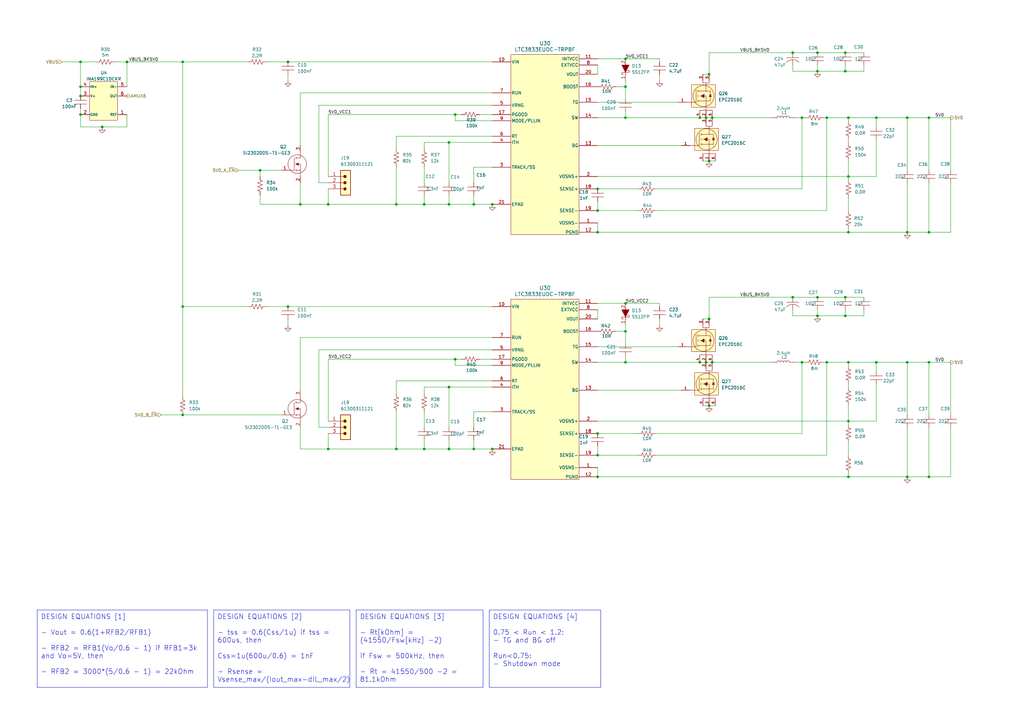
<source format=kicad_sch>
(kicad_sch (version 20230121) (generator eeschema)
  (paper "A3")
  (junction (at 287.02 48.26))
  (junction (at 184.15 184.15))
  (junction (at 287.02 148.59))
  (junction (at 381 48.26))
  (junction (at 33.02 25.4))
  (junction (at 372.11 195.58))
  (junction (at 381 95.25))
  (junction (at 372.11 148.59))
  (junction (at 134.62 184.15))
  (junction (at 74.93 25.4))
  (junction (at 346.71 121.92))
  (junction (at 184.15 158.75))
  (junction (at 74.93 125.73))
  (junction (at 33.02 35.56))
  (junction (at 118.11 25.4))
  (junction (at 173.99 83.82))
  (junction (at 325.12 121.92))
  (junction (at 162.56 83.82))
  (junction (at 245.11 77.47))
  (junction (at 186.69 147.32))
  (junction (at 245.11 195.58))
  (junction (at 290.83 30.48))
  (junction (at 184.15 58.42))
  (junction (at 256.54 148.59))
  (junction (at 245.11 177.8))
  (junction (at 347.98 95.25))
  (junction (at 186.69 46.99))
  (junction (at 245.11 86.36))
  (junction (at 346.71 21.59))
  (junction (at 74.93 170.18))
  (junction (at 194.31 184.15))
  (junction (at 381 148.59))
  (junction (at 33.02 46.99))
  (junction (at 245.11 186.69))
  (junction (at 184.15 83.82))
  (junction (at 292.1 148.59))
  (junction (at 194.31 83.82))
  (junction (at 289.56 148.59))
  (junction (at 290.83 130.81))
  (junction (at 335.28 29.21))
  (junction (at 372.11 95.25))
  (junction (at 134.62 83.82))
  (junction (at 359.41 148.59))
  (junction (at 173.99 184.15))
  (junction (at 347.98 195.58))
  (junction (at 346.71 29.21))
  (junction (at 256.54 124.46))
  (junction (at 347.98 48.26))
  (junction (at 328.93 48.26))
  (junction (at 52.07 25.4))
  (junction (at 339.09 48.26))
  (junction (at 359.41 48.26))
  (junction (at 335.28 121.92))
  (junction (at 201.93 184.15))
  (junction (at 118.11 125.73))
  (junction (at 292.1 48.26))
  (junction (at 339.09 148.59))
  (junction (at 33.02 39.37))
  (junction (at 201.93 83.82))
  (junction (at 372.11 48.26))
  (junction (at 335.28 21.59))
  (junction (at 335.28 129.54))
  (junction (at 325.12 21.59))
  (junction (at 381 195.58))
  (junction (at 290.83 66.04))
  (junction (at 346.71 129.54))
  (junction (at 347.98 148.59))
  (junction (at 41.91 52.07))
  (junction (at 256.54 135.89))
  (junction (at 289.56 48.26))
  (junction (at 123.19 83.82))
  (junction (at 106.68 69.85))
  (junction (at 328.93 148.59))
  (junction (at 256.54 35.56))
  (junction (at 256.54 48.26))
  (junction (at 290.83 166.37))
  (junction (at 245.11 95.25))
  (junction (at 347.98 72.39))
  (junction (at 162.56 184.15))
  (junction (at 256.54 24.13))
  (junction (at 347.98 172.72))
  (wire (pts (xy 346.71 29.21) (xy 354.33 29.21)))
  (wire (pts (xy 245.11 82.55) (xy 245.11 86.36)))
  (wire (pts (xy 359.41 172.72) (xy 347.98 172.72)))
  (wire (pts (xy 290.83 166.37) (xy 293.37 166.37)))
  (wire (pts (xy 46.99 25.4) (xy 52.07 25.4)))
  (wire (pts (xy 269.24 86.36) (xy 339.09 86.36)))
  (wire (pts (xy 52.07 52.07) (xy 52.07 46.99)))
  (wire (pts (xy 347.98 148.59) (xy 347.98 149.86)))
  (wire (pts (xy 335.28 121.92) (xy 346.71 121.92)))
  (wire (pts (xy 245.11 59.69) (xy 279.4 59.69)))
  (wire (pts (xy 201.93 55.88) (xy 162.56 55.88)))
  (wire (pts (xy 245.11 160.02) (xy 279.4 160.02)))
  (wire (pts (xy 335.28 29.21) (xy 346.71 29.21)))
  (wire (pts (xy 337.82 148.59) (xy 339.09 148.59)))
  (wire (pts (xy 201.93 158.75) (xy 184.15 158.75)))
  (wire (pts (xy 245.11 95.25) (xy 347.98 95.25)))
  (wire (pts (xy 389.89 48.26) (xy 389.89 69.85)))
  (wire (pts (xy 287.02 48.26) (xy 289.56 48.26)))
  (wire (pts (xy 123.19 59.69) (xy 123.19 38.1)))
  (wire (pts (xy 354.33 26.67) (xy 354.33 29.21)))
  (wire (pts (xy 256.54 133.35) (xy 256.54 135.89)))
  (wire (pts (xy 256.54 45.72) (xy 256.54 48.26)))
  (wire (pts (xy 194.31 180.34) (xy 194.31 184.15)))
  (wire (pts (xy 74.93 125.73) (xy 74.93 162.56)))
  (wire (pts (xy 33.02 25.4) (xy 39.37 25.4)))
  (wire (pts (xy 347.98 72.39) (xy 347.98 73.66)))
  (wire (pts (xy 25.4 25.4) (xy 33.02 25.4)))
  (wire (pts (xy 130.81 43.18) (xy 201.93 43.18)))
  (wire (pts (xy 346.71 26.67) (xy 346.71 29.21)))
  (wire (pts (xy 381 48.26) (xy 389.89 48.26)))
  (wire (pts (xy 74.93 125.73) (xy 101.6 125.73)))
  (wire (pts (xy 347.98 81.28) (xy 347.98 86.36)))
  (wire (pts (xy 335.28 21.59) (xy 346.71 21.59)))
  (wire (pts (xy 123.19 184.15) (xy 134.62 184.15)))
  (wire (pts (xy 173.99 184.15) (xy 184.15 184.15)))
  (wire (pts (xy 289.56 48.26) (xy 292.1 48.26)))
  (wire (pts (xy 184.15 158.75) (xy 173.99 158.75)))
  (wire (pts (xy 162.56 68.58) (xy 162.56 83.82)))
  (wire (pts (xy 346.71 121.92) (xy 354.33 121.92)))
  (wire (pts (xy 186.69 46.99) (xy 189.23 46.99)))
  (wire (pts (xy 74.93 25.4) (xy 74.93 125.73)))
  (wire (pts (xy 118.11 25.4) (xy 201.93 25.4)))
  (wire (pts (xy 134.62 175.26) (xy 130.81 175.26)))
  (wire (pts (xy 134.62 46.99) (xy 186.69 46.99)))
  (wire (pts (xy 359.41 148.59) (xy 372.11 148.59)))
  (wire (pts (xy 381 69.85) (xy 381 48.26)))
  (wire (pts (xy 287.02 148.59) (xy 289.56 148.59)))
  (wire (pts (xy 162.56 55.88) (xy 162.56 60.96)))
  (wire (pts (xy 134.62 46.99) (xy 134.62 72.39)))
  (wire (pts (xy 292.1 148.59) (xy 316.23 148.59)))
  (wire (pts (xy 33.02 25.4) (xy 33.02 35.56)))
  (wire (pts (xy 245.11 191.77) (xy 245.11 195.58)))
  (wire (pts (xy 325.12 26.67) (xy 325.12 29.21)))
  (wire (pts (xy 269.24 77.47) (xy 328.93 77.47)))
  (wire (pts (xy 256.54 124.46) (xy 270.51 124.46)))
  (wire (pts (xy 347.98 195.58) (xy 372.11 195.58)))
  (wire (pts (xy 325.12 121.92) (xy 335.28 121.92)))
  (wire (pts (xy 270.51 25.4) (xy 270.51 24.13)))
  (wire (pts (xy 184.15 180.34) (xy 184.15 184.15)))
  (wire (pts (xy 256.54 146.05) (xy 256.54 148.59)))
  (wire (pts (xy 162.56 168.91) (xy 162.56 184.15)))
  (wire (pts (xy 326.39 148.59) (xy 328.93 148.59)))
  (wire (pts (xy 245.11 186.69) (xy 261.62 186.69)))
  (wire (pts (xy 270.51 130.81) (xy 270.51 133.35)))
  (wire (pts (xy 245.11 77.47) (xy 261.62 77.47)))
  (wire (pts (xy 173.99 58.42) (xy 173.99 60.96)))
  (wire (pts (xy 97.79 69.85) (xy 106.68 69.85)))
  (wire (pts (xy 245.11 142.24) (xy 278.13 142.24)))
  (wire (pts (xy 325.12 127) (xy 325.12 129.54)))
  (wire (pts (xy 339.09 148.59) (xy 347.98 148.59)))
  (wire (pts (xy 184.15 58.42) (xy 173.99 58.42)))
  (wire (pts (xy 245.11 26.67) (xy 245.11 30.48)))
  (wire (pts (xy 123.19 74.93) (xy 123.19 83.82)))
  (wire (pts (xy 184.15 184.15) (xy 194.31 184.15)))
  (wire (pts (xy 347.98 95.25) (xy 372.11 95.25)))
  (wire (pts (xy 134.62 147.32) (xy 186.69 147.32)))
  (wire (pts (xy 245.11 72.39) (xy 347.98 72.39)))
  (wire (pts (xy 245.11 124.46) (xy 256.54 124.46)))
  (wire (pts (xy 106.68 69.85) (xy 115.57 69.85)))
  (wire (pts (xy 288.29 130.81) (xy 290.83 130.81)))
  (wire (pts (xy 325.12 29.21) (xy 335.28 29.21)))
  (wire (pts (xy 118.11 130.81) (xy 118.11 133.35)))
  (wire (pts (xy 186.69 149.86) (xy 186.69 147.32)))
  (wire (pts (xy 290.83 66.04) (xy 293.37 66.04)))
  (wire (pts (xy 290.83 30.48) (xy 290.83 21.59)))
  (wire (pts (xy 347.98 172.72) (xy 347.98 173.99)))
  (wire (pts (xy 359.41 148.59) (xy 359.41 152.4)))
  (wire (pts (xy 194.31 184.15) (xy 201.93 184.15)))
  (wire (pts (xy 196.85 46.99) (xy 201.93 46.99)))
  (wire (pts (xy 381 74.93) (xy 381 95.25)))
  (wire (pts (xy 130.81 143.51) (xy 130.81 175.26)))
  (wire (pts (xy 173.99 180.34) (xy 173.99 184.15)))
  (wire (pts (xy 186.69 147.32) (xy 189.23 147.32)))
  (wire (pts (xy 184.15 80.01) (xy 184.15 83.82)))
  (wire (pts (xy 184.15 58.42) (xy 184.15 74.93)))
  (wire (pts (xy 372.11 48.26) (xy 372.11 69.85)))
  (wire (pts (xy 245.11 24.13) (xy 256.54 24.13)))
  (wire (pts (xy 359.41 48.26) (xy 372.11 48.26)))
  (wire (pts (xy 33.02 35.56) (xy 33.02 39.37)))
  (wire (pts (xy 41.91 52.07) (xy 33.02 52.07)))
  (wire (pts (xy 339.09 186.69) (xy 339.09 148.59)))
  (wire (pts (xy 347.98 48.26) (xy 347.98 49.53)))
  (wire (pts (xy 123.19 83.82) (xy 134.62 83.82)))
  (wire (pts (xy 184.15 83.82) (xy 194.31 83.82)))
  (wire (pts (xy 389.89 175.26) (xy 389.89 195.58)))
  (wire (pts (xy 109.22 125.73) (xy 118.11 125.73)))
  (wire (pts (xy 256.54 148.59) (xy 287.02 148.59)))
  (wire (pts (xy 194.31 68.58) (xy 201.93 68.58)))
  (wire (pts (xy 134.62 77.47) (xy 134.62 83.82)))
  (wire (pts (xy 269.24 177.8) (xy 328.93 177.8)))
  (wire (pts (xy 381 95.25) (xy 389.89 95.25)))
  (wire (pts (xy 328.93 177.8) (xy 328.93 148.59)))
  (wire (pts (xy 288.29 166.37) (xy 290.83 166.37)))
  (wire (pts (xy 372.11 148.59) (xy 381 148.59)))
  (wire (pts (xy 359.41 72.39) (xy 347.98 72.39)))
  (wire (pts (xy 201.93 156.21) (xy 162.56 156.21)))
  (wire (pts (xy 290.83 121.92) (xy 325.12 121.92)))
  (wire (pts (xy 106.68 83.82) (xy 123.19 83.82)))
  (wire (pts (xy 372.11 95.25) (xy 381 95.25)))
  (wire (pts (xy 372.11 195.58) (xy 381 195.58)))
  (wire (pts (xy 118.11 30.48) (xy 118.11 33.02)))
  (wire (pts (xy 335.28 129.54) (xy 346.71 129.54)))
  (wire (pts (xy 66.04 170.18) (xy 74.93 170.18)))
  (wire (pts (xy 74.93 170.18) (xy 115.57 170.18)))
  (wire (pts (xy 186.69 49.53) (xy 186.69 46.99)))
  (wire (pts (xy 288.29 66.04) (xy 290.83 66.04)))
  (wire (pts (xy 270.51 30.48) (xy 270.51 33.02)))
  (wire (pts (xy 245.11 86.36) (xy 261.62 86.36)))
  (wire (pts (xy 245.11 91.44) (xy 245.11 95.25)))
  (wire (pts (xy 123.19 175.26) (xy 123.19 184.15)))
  (wire (pts (xy 162.56 184.15) (xy 173.99 184.15)))
  (wire (pts (xy 328.93 48.26) (xy 330.2 48.26)))
  (wire (pts (xy 347.98 166.37) (xy 347.98 172.72)))
  (wire (pts (xy 41.91 52.07) (xy 52.07 52.07)))
  (wire (pts (xy 256.54 48.26) (xy 287.02 48.26)))
  (wire (pts (xy 123.19 138.43) (xy 201.93 138.43)))
  (wire (pts (xy 381 195.58) (xy 389.89 195.58)))
  (wire (pts (xy 52.07 25.4) (xy 52.07 35.56)))
  (wire (pts (xy 130.81 43.18) (xy 130.81 74.93)))
  (wire (pts (xy 130.81 143.51) (xy 201.93 143.51)))
  (wire (pts (xy 292.1 48.26) (xy 316.23 48.26)))
  (wire (pts (xy 196.85 147.32) (xy 201.93 147.32)))
  (wire (pts (xy 245.11 48.26) (xy 256.54 48.26)))
  (wire (pts (xy 335.28 26.67) (xy 335.28 29.21)))
  (wire (pts (xy 328.93 77.47) (xy 328.93 48.26)))
  (wire (pts (xy 337.82 48.26) (xy 339.09 48.26)))
  (wire (pts (xy 347.98 48.26) (xy 359.41 48.26)))
  (wire (pts (xy 347.98 57.15) (xy 347.98 58.42)))
  (wire (pts (xy 256.54 35.56) (xy 256.54 40.64)))
  (wire (pts (xy 245.11 127) (xy 245.11 130.81)))
  (wire (pts (xy 335.28 127) (xy 335.28 129.54)))
  (wire (pts (xy 173.99 83.82) (xy 184.15 83.82)))
  (wire (pts (xy 245.11 177.8) (xy 261.62 177.8)))
  (wire (pts (xy 52.07 25.4) (xy 74.93 25.4)))
  (wire (pts (xy 245.11 41.91) (xy 278.13 41.91)))
  (wire (pts (xy 325.12 21.59) (xy 335.28 21.59)))
  (wire (pts (xy 256.54 33.02) (xy 256.54 35.56)))
  (wire (pts (xy 194.31 74.93) (xy 194.31 68.58)))
  (wire (pts (xy 123.19 38.1) (xy 201.93 38.1)))
  (wire (pts (xy 134.62 147.32) (xy 134.62 172.72)))
  (wire (pts (xy 106.68 69.85) (xy 106.68 72.39)))
  (wire (pts (xy 339.09 86.36) (xy 339.09 48.26)))
  (wire (pts (xy 194.31 83.82) (xy 201.93 83.82)))
  (wire (pts (xy 109.22 25.4) (xy 118.11 25.4)))
  (wire (pts (xy 325.12 129.54) (xy 335.28 129.54)))
  (wire (pts (xy 347.98 93.98) (xy 347.98 95.25)))
  (wire (pts (xy 347.98 148.59) (xy 359.41 148.59)))
  (wire (pts (xy 162.56 156.21) (xy 162.56 161.29)))
  (wire (pts (xy 245.11 148.59) (xy 256.54 148.59)))
  (wire (pts (xy 290.83 21.59) (xy 325.12 21.59)))
  (wire (pts (xy 269.24 186.69) (xy 339.09 186.69)))
  (wire (pts (xy 173.99 158.75) (xy 173.99 161.29)))
  (wire (pts (xy 173.99 68.58) (xy 173.99 74.93)))
  (wire (pts (xy 381 175.26) (xy 381 195.58)))
  (wire (pts (xy 162.56 83.82) (xy 173.99 83.82)))
  (wire (pts (xy 289.56 148.59) (xy 292.1 148.59)))
  (wire (pts (xy 347.98 181.61) (xy 347.98 186.69)))
  (wire (pts (xy 118.11 125.73) (xy 201.93 125.73)))
  (wire (pts (xy 290.83 130.81) (xy 290.83 121.92)))
  (wire (pts (xy 194.31 168.91) (xy 201.93 168.91)))
  (wire (pts (xy 359.41 157.48) (xy 359.41 172.72)))
  (wire (pts (xy 270.51 125.73) (xy 270.51 124.46)))
  (wire (pts (xy 389.89 148.59) (xy 389.89 170.18)))
  (wire (pts (xy 245.11 182.88) (xy 245.11 186.69)))
  (wire (pts (xy 359.41 57.15) (xy 359.41 72.39)))
  (wire (pts (xy 326.39 48.26) (xy 328.93 48.26)))
  (wire (pts (xy 372.11 175.26) (xy 372.11 195.58)))
  (wire (pts (xy 184.15 158.75) (xy 184.15 175.26)))
  (wire (pts (xy 354.33 127) (xy 354.33 129.54)))
  (wire (pts (xy 372.11 74.93) (xy 372.11 95.25)))
  (wire (pts (xy 245.11 195.58) (xy 347.98 195.58)))
  (wire (pts (xy 134.62 177.8) (xy 134.62 184.15)))
  (wire (pts (xy 134.62 74.93) (xy 130.81 74.93)))
  (wire (pts (xy 346.71 127) (xy 346.71 129.54)))
  (wire (pts (xy 288.29 30.48) (xy 290.83 30.48)))
  (wire (pts (xy 194.31 80.01) (xy 194.31 83.82)))
  (wire (pts (xy 134.62 83.82) (xy 162.56 83.82)))
  (wire (pts (xy 381 170.18) (xy 381 148.59)))
  (wire (pts (xy 201.93 49.53) (xy 186.69 49.53)))
  (wire (pts (xy 134.62 184.15) (xy 162.56 184.15)))
  (wire (pts (xy 339.09 48.26) (xy 347.98 48.26)))
  (wire (pts (xy 328.93 148.59) (xy 330.2 148.59)))
  (wire (pts (xy 201.93 58.42) (xy 184.15 58.42)))
  (wire (pts (xy 33.02 52.07) (xy 33.02 46.99)))
  (wire (pts (xy 381 148.59) (xy 389.89 148.59)))
  (wire (pts (xy 346.71 129.54) (xy 354.33 129.54)))
  (wire (pts (xy 359.41 48.26) (xy 359.41 52.07)))
  (wire (pts (xy 201.93 149.86) (xy 186.69 149.86)))
  (wire (pts (xy 256.54 135.89) (xy 256.54 140.97)))
  (wire (pts (xy 372.11 148.59) (xy 372.11 170.18)))
  (wire (pts (xy 252.73 35.56) (xy 256.54 35.56)))
  (wire (pts (xy 389.89 74.93) (xy 389.89 95.25)))
  (wire (pts (xy 372.11 48.26) (xy 381 48.26)))
  (wire (pts (xy 106.68 80.01) (xy 106.68 83.82)))
  (wire (pts (xy 245.11 172.72) (xy 347.98 172.72)))
  (wire (pts (xy 173.99 168.91) (xy 173.99 175.26)))
  (wire (pts (xy 256.54 24.13) (xy 270.51 24.13)))
  (wire (pts (xy 33.02 44.45) (xy 33.02 46.99)))
  (wire (pts (xy 173.99 80.01) (xy 173.99 83.82)))
  (wire (pts (xy 252.73 135.89) (xy 256.54 135.89)))
  (wire (pts (xy 347.98 66.04) (xy 347.98 72.39)))
  (wire (pts (xy 347.98 194.31) (xy 347.98 195.58)))
  (wire (pts (xy 347.98 157.48) (xy 347.98 158.75)))
  (wire (pts (xy 123.19 160.02) (xy 123.19 138.43)))
  (wire (pts (xy 346.71 21.59) (xy 354.33 21.59)))
  (wire (pts (xy 194.31 175.26) (xy 194.31 168.91)))
  (wire (pts (xy 74.93 25.4) (xy 101.6 25.4)))
  (text_box "DESIGN EQUATIONS [3] \n\n- Rt[kOhm] = (41550/Fsw[kHz] -2) \n\nif Fsw = 500kHz, then \n\n- Rt = 41550/500 -2 = 81.1kOhm \n" (at 146.05 250.19 0) (size 52.07 31.75) (effects (font (size 2 2)) (justify left top)))
  (text_box "DESIGN EQUATIONS [2] \n\n- tss = 0.6(Css/1u) if tss = 600us, then \n\nCss=1u(600u/0.6) = 1nF \n\n- Rsense = Vsense_max/(Iout_max-dIL_max/2) \n" (at 87.63 250.19 0) (size 55.88 31.75) (effects (font (size 2 2)) (justify left top)))
  (text_box "DESIGN EQUATIONS [1] \n\n- Vout = 0.6(1+RFB2/RFB1) \n\n- RFB2 = RFB1(Vo/0.6 - 1) if RFB1=3k and Vo=5V, then \n\n- RFB2 = 3000*(5/0.6 - 1) = 22kOhm " (at 15.24 250.19 0) (size 69.85 31.75) (effects (font (size 2 2)) (justify left top)))
  (text_box "DESIGN EQUATIONS [4] \n\n0.75 < Run < 1.2: \n- TG and BG off \n\nRun<0.75: \n- Shutdown mode \n" (at 200.66 250.19 0) (size 45.72 31.75) (effects (font (size 2 2)) (justify left top)))
  (label "5V0" (at 383.54 48.26 0))
  (label "5V0_VCC2" (at 134.62 147.32 0))
  (label "5V0_VCC1" (at 134.62 46.99 0))
  (label "5V0" (at 383.54 148.59 0))
  (label "VBUS_BK5V0" (at 52.832 25.4 0))
  (label "VBUS_BK5V0" (at 303.53 21.59 0))
  (label "5V0_VCC2" (at 256.54 124.46 0))
  (label "5V0_VCC1" (at 256.54 24.13 0))
  (label "VBUS_BK5V0" (at 303.53 121.92 0))
  (hierarchical_label "AMUX6" (shape output) (at 52.07 39.37 0))
  (hierarchical_label "5V0" (shape output) (at 389.89 48.26 0))
  (hierarchical_label "5V0_A_~{EN}" (shape input) (at 97.79 69.85 180))
  (hierarchical_label "VBUS" (shape input) (at 25.4 25.4 180))
  (hierarchical_label "5V0" (shape output) (at 389.89 148.59 0))
  (hierarchical_label "5V0_B_~{EN}" (shape input) (at 66.04 170.18 180))
  (symbol (lib_id "Device:R_US") (at 347.98 77.47 0) (unit 1)
    (property "Reference" "R51" (at 350.52 76.2 0) (effects (justify left)))
    (property "Value" "0.0R" (at 350.52 78.74 0) (effects (justify left)))
    (instances (project "eps-re_project" (path "" (reference "R51") (unit 1)) (path "" (reference "R55") (unit 1))) (project "5V0_LoadConverter" (path "" (reference "R10") (unit 1))) (project "5V0_LoadConverter" (path "" (reference "R26") (unit 1))))
  )
  (symbol (lib_id "GCM32ER71C226KE19L:GCM32ER71C226KE19L") (at 372.11 170.18 0) (unit 1)
    (property "Reference" "C35" (at 367.9444 168.0464 0) (effects (justify left)))
    (property "Value" "22uF" (at 367.03 172.72 0) (effects (justify left)))
    (property "Footprint" "footprints:GCM32ER71C226KE19L" (effects hide))
    (property "Datasheet" "https://www.murata.com/en-us/products/productdetail?partno=GCM32ER71C226KE19%23" (effects hide))
    (property "automotive" "Yes" (effects hide))
    (property "automotive grade" "Grade 1" (effects hide))
    (property "capacitance" "22uF" (effects hide))
    (property "category" "Cap" (effects hide))
    (property "device class L1" "Passive Components" (effects hide))
    (property "device class L2" "Capacitors" (effects hide))
    (property "device class L3" "Ceramic Capacitors" (effects hide))
    (property "digikey description" "Cap Ceramic 22pF 50V X7R 10% SMD 0603 125°C Punched Paper T/R" (effects hide))
    (property "digikey part number" "399-13715-2-ND" (effects hide))
    (property "height" "2.7mm" (effects hide))
    (property "lead free" "Yes" (effects hide))
    (property "library id" "c3f1d06b93fd8ef7" (effects hide))
    (property "manufacturer" "Murata" (effects hide))
    (property "material" "Ceramic" (effects hide))
    (property "mouser description" "Cap Ceramic 22pF 50V X7R 10% SMD 0603 125°C Punched Paper T/R" (effects hide))
    (property "mouser part number" "80-C0603C220K5RAUTO" (effects hide))
    (property "package" "1210" (effects hide))
    (property "rohs" "Yes" (effects hide))
    (property "temperature characteristic" "X7R" (effects hide))
    (property "temperature coefficient" "15%" (effects hide))
    (property "temperature range high" "+125°C" (effects hide))
    (property "temperature range low" "-55°C" (effects hide))
    (property "tolerance" "10%" (effects hide))
    (property "voltage rating" "16V" (effects hide))
    (property "ipc land pattern name" "CAPC320250X250" (effects hide))
    (instances (project "eps-re_project" (path "" (reference "C35") (unit 1)) (path "" (reference "C35") (unit 1))) (project "5V0_LoadConverter" (path "" (reference "C13") (unit 1))) (project "5V0_LoadConverter" (path "" (reference "C27") (unit 1))))
  )
  (symbol (lib_id "Device:R_US") (at 334.01 48.26 90) (unit 1)
    (property "Reference" "R47" (at 333.6544 45.7708 90))
    (property "Value" "8m" (at 334.0608 50.8 90))
    (instances (project "eps-re_project" (path "" (reference "R47") (unit 1)) (path "" (reference "R48") (unit 1))) (project "5V0_LoadConverter" (path "" (reference "R7") (unit 1))) (project "5V0_LoadConverter" (path "" (reference "R19") (unit 1))))
  )
  (symbol (lib_id "power:GND") (at 270.51 133.35 0) (mirror y) (unit 1)
    (property "Reference" "#PWR057" (effects hide))
    (property "Value" "Earth" (effects hide))
    (instances (project "eps-re_project" (path "" (reference "#PWR057") (unit 1)) (path "" (reference "#PWR052") (unit 1))) (project "5V0_LoadConverter" (path "" (reference "#PWR03") (unit 1))) (project "5V0_LoadConverter" (path "" (reference "#PWR08") (unit 1))))
  )
  (symbol (lib_id "Device:R_US") (at 334.01 148.59 90) (unit 1)
    (property "Reference" "R48" (at 333.6544 146.1008 90))
    (property "Value" "8m" (at 334.0608 151.13 90))
    (instances (project "eps-re_project" (path "" (reference "R48") (unit 1)) (path "" (reference "R48") (unit 1))) (project "5V0_LoadConverter" (path "" (reference "R7") (unit 1))) (project "5V0_LoadConverter" (path "" (reference "R19") (unit 1))))
  )
  (symbol (lib_id "LTC3833EUDC#TRPBF:LTC3833EUDC-TRPBF") (at 196.85 128.27 0) (unit 1)
    (property "Reference" "U30" (at 223.52 118.11 0) (effects (font (size 1.524 1.524))))
    (property "Value" "LTC3833EUDC-TRPBF" (at 223.52 120.65 0) (effects (font (size 1.524 1.524))))
    (property "Footprint" "footprints:LTC3833EUDC#TRPBF" (effects hide))
    (property "Datasheet" "https://www.analog.com/media/en/technical-documentation/data-sheets/3833f.pdf" (effects hide))
    (instances (project "eps-re_project" (path "" (reference "U30") (unit 1)) (path "" (reference "U26") (unit 1))))
  )
  (symbol (lib_id "744325240:744325240") (at 308.61 48.26 0) (unit 1)
    (property "Reference" "L1" (at 321.6656 46.1772 0))
    (property "Value" "2.4uH" (at 321.31 44.45 0))
    (property "Footprint" "footprints:744325240" (effects hide))
    (property "Mouser Part Number" "710-744325240" (effects hide))
    (property "Mouser Price/Stock" "https://www.mouser.co.uk/ProductDetail/Wurth-Elektronik/744325240?qs=rS3zZhy2AQMrPYR9dqBgsw%3D%3D" (effects hide))
    (property "Manufacturer_Name" "Wurth Elektronik" (effects hide))
    (property "Manufacturer_Part_Number" "744325240" (effects hide))
    (instances (project "eps-re_project" (path "" (reference "L1") (unit 1)) (path "" (reference "L8") (unit 1))) (project "5V0_LoadConverter" (path "" (reference "L1") (unit 1))) (project "5V0_LoadConverter" (path "" (reference "L2") (unit 1))))
  )
  (symbol (lib_id "C0603C104K5RACTU:C0603C104K5RACTU") (at 33.02 39.37 0) (unit 1)
    (property "Reference" "C3" (at 28.448 41.148 0))
    (property "Value" "100nF" (at 28.448 43.688 0))
    (property "Footprint" "footprints:C0603C104K5RACTU" (effects hide))
    (property "Datasheet" "https://api.kemet.com/component-edge/download/datasheet/C0603C100J5GACAUTO.pdf" (effects hide))
    (property "automotive" "Yes" (effects hide))
    (property "automotive grade" "Grade 1" (effects hide))
    (property "capacitance" "0.10 μF" (effects hide))
    (property "category" "Cap" (effects hide))
    (property "device class L1" "Passive Components" (effects hide))
    (property "device class L2" "Capacitors" (effects hide))
    (property "device class L3" "Ceramic Capacitors" (effects hide))
    (property "digikey description" "CAP CER 0.1UF 50V X7R 0603" (effects hide))
    (property "digikey part number" "399-5089-2-ND" (effects hide))
    (property "height" "0.87mm" (effects hide))
    (property "lead free" "Yes" (effects hide))
    (property "library id" "73022d3323b2b2b8" (effects hide))
    (property "manufacturer" "KEMET" (effects hide))
    (property "material" "Ceramic" (effects hide))
    (property "mouser part number" "80-C0603C104K5R7867" (effects hide))
    (property "package" "0603" (effects hide))
    (property "rohs" "Yes" (effects hide))
    (property "temperature characteristic" "X7R" (effects hide))
    (property "temperature coefficient" "30ppm/°C" (effects hide))
    (property "temperature range high" "+125°C" (effects hide))
    (property "temperature range low" "-55°C" (effects hide))
    (property "tolerance" "0.1" (effects hide))
    (property "voltage rating" "50 V" (effects hide))
    (instances (project "eps-re_project" (path "" (reference "C3") (unit 1)) (path "" (reference "C6") (unit 1)) (path "" (reference "C9") (unit 1))) (project "EPS Analogico" (path "" (reference "C1") (unit 1))))
  )
  (symbol (lib_id "T495X476K035ATE300:T495X476K035ATE300") (at 325.12 21.59 0) (unit 1)
    (property "Reference" "C24" (at 317.5 24.13 0) (effects (justify left)))
    (property "Value" "47uF" (at 317.5 26.67 0) (effects (justify left)))
    (property "Footprint" "footprints:T495X476K035ATE300" (effects hide))
    (property "Datasheet" "https://content.kemet.com/datasheets/KEM_T2009_T495.pdf" (effects hide))
    (property "automotive" "No" (effects hide))
    (property "capacitance" "47uF" (effects hide))
    (property "category" "Cap" (effects hide))
    (property "device class L1" "Passive Components" (effects hide))
    (property "device class L2" "Capacitors" (effects hide))
    (property "device class L3" "Tantalum Capacitors" (effects hide))
    (property "digikey description" "CAP TANT 47UF 10% 35V 2917" (effects hide))
    (property "digikey part number" "399-3905-1-ND" (effects hide))
    (property "dissipation factor" "8%" (effects hide))
    (property "esr" "300mΩ" (effects hide))
    (property "height" "4.3mm" (effects hide))
    (property "lead free" "Yes" (effects hide))
    (property "leakage current" "16.5uA" (effects hide))
    (property "library id" "9f2f9997282f5b7d" (effects hide))
    (property "life" "2000Hours" (effects hide))
    (property "manufacturer" "Kemet" (effects hide))
    (property "material" "Tantalum" (effects hide))
    (property "mouser description" "Tantalum Capacitors - Solid SMD 35volts 47uF 10% ESR=300mOhms" (effects hide))
    (property "mouser part number" "80-T495X476K35ATE300" (effects hide))
    (property "package" "2917" (effects hide))
    (property "ripple current" "742mA" (effects hide))
    (property "rohs" "Yes" (effects hide))
    (property "standoff height" "0mm" (effects hide))
    (property "temperature range high" "+125°C" (effects hide))
    (property "temperature range low" "-55°C" (effects hide))
    (property "tolerance" "10%" (effects hide))
    (property "voltage rating" "35V" (effects hide))
    (instances (project "eps-re_project" (path "" (reference "C24") (unit 1)) (path "" (reference "C25") (unit 1))))
  )
  (symbol (lib_id "GCM32ER71C226KE19L:GCM32ER71C226KE19L") (at 372.11 69.85 0) (unit 1)
    (property "Reference" "C34" (at 367.9444 67.7164 0) (effects (justify left)))
    (property "Value" "22uF" (at 367.03 72.39 0) (effects (justify left)))
    (property "Footprint" "footprints:GCM32ER71C226KE19L" (effects hide))
    (property "Datasheet" "https://www.murata.com/en-us/products/productdetail?partno=GCM32ER71C226KE19%23" (effects hide))
    (property "automotive" "Yes" (effects hide))
    (property "automotive grade" "Grade 1" (effects hide))
    (property "capacitance" "22uF" (effects hide))
    (property "category" "Cap" (effects hide))
    (property "device class L1" "Passive Components" (effects hide))
    (property "device class L2" "Capacitors" (effects hide))
    (property "device class L3" "Ceramic Capacitors" (effects hide))
    (property "digikey description" "Cap Ceramic 22pF 50V X7R 10% SMD 0603 125°C Punched Paper T/R" (effects hide))
    (property "digikey part number" "399-13715-2-ND" (effects hide))
    (property "height" "2.7mm" (effects hide))
    (property "lead free" "Yes" (effects hide))
    (property "library id" "c3f1d06b93fd8ef7" (effects hide))
    (property "manufacturer" "Murata" (effects hide))
    (property "material" "Ceramic" (effects hide))
    (property "mouser description" "Cap Ceramic 22pF 50V X7R 10% SMD 0603 125°C Punched Paper T/R" (effects hide))
    (property "mouser part number" "80-C0603C220K5RAUTO" (effects hide))
    (property "package" "1210" (effects hide))
    (property "rohs" "Yes" (effects hide))
    (property "temperature characteristic" "X7R" (effects hide))
    (property "temperature coefficient" "15%" (effects hide))
    (property "temperature range high" "+125°C" (effects hide))
    (property "temperature range low" "-55°C" (effects hide))
    (property "tolerance" "10%" (effects hide))
    (property "voltage rating" "16V" (effects hide))
    (property "ipc land pattern name" "CAPC320250X250" (effects hide))
    (instances (project "eps-re_project" (path "" (reference "C34") (unit 1)) (path "" (reference "C35") (unit 1))) (project "5V0_LoadConverter" (path "" (reference "C13") (unit 1))) (project "5V0_LoadConverter" (path "" (reference "C27") (unit 1))))
  )
  (symbol (lib_id "C0603C102F3GACTU:C0603C102F3GACTU") (at 194.31 74.93 0) (unit 1)
    (property "Reference" "C16" (at 195.326 71.7804 0) (effects (justify left)))
    (property "Value" "1nF" (at 195.2244 77.0636 0) (effects (justify left)))
    (property "Footprint" "footprints:C0603C102F3GACTU" (effects hide))
    (property "Datasheet" "https://api.kemet.com/component-edge/download/datasheet/C0603C100J5GACAUTO.pdf" (effects hide))
    (property "automotive" "Yes" (effects hide))
    (property "automotive grade" "Grade 1" (effects hide))
    (property "capacitance" "1,000 pF" (effects hide))
    (property "category" "Cap" (effects hide))
    (property "device class L1" "Passive Components" (effects hide))
    (property "device class L2" "Capacitors" (effects hide))
    (property "device class L3" "Ceramic Capacitors" (effects hide))
    (property "digikey description" "CAP CER 1000PF 25V 1% NP0 0603" (effects hide))
    (property "digikey part number" "C0603C102F3GACTU-ND" (effects hide))
    (property "height" "0.87mm" (effects hide))
    (property "lead free" "Yes" (effects hide))
    (property "library id" "46f08c8db7ea7e1d" (effects hide))
    (property "manufacturer" "KEMET" (effects hide))
    (property "material" "Ceramic" (effects hide))
    (property "mouser description" "Capacitor, Ceramic, 1Nf, 25Vdc, 1-% Tol, 1+% Tol, C0g-Tc Code, -30, 30Ppm-Tc" (effects hide))
    (property "mouser part number" "80-C0603C102F3G" (effects hide))
    (property "package" "0603" (effects hide))
    (property "rohs" "Yes" (effects hide))
    (property "temperature characteristic" "C0G" (effects hide))
    (property "temperature coefficient" "30ppm/°C" (effects hide))
    (property "temperature range high" "+125°C" (effects hide))
    (property "temperature range low" "-55°C" (effects hide))
    (property "tolerance" "0.01" (effects hide))
    (property "voltage rating" "25 V" (effects hide))
    (instances (project "eps-re_project" (path "" (reference "C16") (unit 1)) (path "" (reference "C17") (unit 1))) (project "5V0_LoadConverter" (path "" (reference "C3") (unit 1))) (project "5V0_LoadConverter" (path "" (reference "C9") (unit 1))))
  )
  (symbol (lib_id "C1210C106K5RACTU:C1210C106K5RACTU") (at 335.28 21.59 0) (unit 1)
    (property "Reference" "C26" (at 331.5716 19.6596 0) (effects (justify left)))
    (property "Value" "10uF" (at 330.2 24.13 0) (effects (justify left)))
    (property "Footprint" "footprints:C1210C106K5RACTU" (effects hide))
    (property "Datasheet" "https://content.kemet.com/datasheets/KEM_C1002_X7R_SMD.pdf" (effects hide))
    (property "automotive" "No" (effects hide))
    (property "capacitance" "10uF" (effects hide))
    (property "category" "Cap" (effects hide))
    (property "device class L1" "Passive Components" (effects hide))
    (property "device class L2" "Capacitors" (effects hide))
    (property "device class L3" "Ceramic Capacitors" (effects hide))
    (property "digikey description" "CAP CER 10UF 50V X7R 1210" (effects hide))
    (property "digikey part number" "399-11629-1-ND" (effects hide))
    (property "height" "2.8mm" (effects hide))
    (property "ipc land pattern name" "CAPC320250X250" (effects hide))
    (property "lead free" "Yes" (effects hide))
    (property "library id" "80b9cd679ce51e4b" (effects hide))
    (property "manufacturer" "KEMET" (effects hide))
    (property "material" "Ceramic" (effects hide))
    (property "mouser description" "Multilayer Ceramic Capacitors MLCC - SMD/SMT 50volts 10uF 10% X7R" (effects hide))
    (property "mouser part number" "80-C1210C106K5R" (effects hide))
    (property "package" "1210" (effects hide))
    (property "rohs" "Yes" (effects hide))
    (property "temperature characteristic" "X7R" (effects hide))
    (property "temperature coefficient" "15%" (effects hide))
    (property "temperature range high" "+125°C" (effects hide))
    (property "temperature range low" "-55°C" (effects hide))
    (property "tolerance" "10%" (effects hide))
    (property "voltage rating" "50V" (effects hide))
    (instances (project "eps-re_project" (path "" (reference "C26") (unit 1)) (path "" (reference "C27") (unit 1))) (project "5V0_LoadConverter" (path "" (reference "C9") (unit 1))) (project "5V0_LoadConverter" (path "" (reference "C19") (unit 1))))
  )
  (symbol (lib_id "Device:R_US") (at 347.98 90.17 0) (unit 1)
    (property "Reference" "R52" (at 350.2152 89.535 0) (effects (justify left)))
    (property "Value" "20k" (at 350.2152 92.075 0) (effects (justify left)))
    (instances (project "eps-re_project" (path "" (reference "R52") (unit 1)) (path "" (reference "R56") (unit 1))) (project "5V0_LoadConverter" (path "" (reference "R11") (unit 1))) (project "5V0_LoadConverter" (path "" (reference "R27") (unit 1))))
  )
  (symbol (lib_id "C0603C101J5GACAUTO:C0603C101J5GACAUTO") (at 184.15 175.26 0) (unit 1)
    (property "Reference" "C15" (at 184.7088 172.9232 0) (effects (justify left)))
    (property "Value" "100pF" (at 184.5564 177.9016 0) (effects (justify left)))
    (property "Footprint" "footprints:C0603C101J5GACAUTO" (effects hide))
    (property "Datasheet" "https://api.kemet.com/component-edge/download/datasheet/C0603C100J5GACAUTO.pdf" (effects hide))
    (property "automotive" "Yes" (effects hide))
    (property "automotive grade" "Grade 1" (effects hide))
    (property "capacitance" "100 pF" (effects hide))
    (property "category" "Cap" (effects hide))
    (property "device class L1" "Passive Components" (effects hide))
    (property "device class L2" "Capacitors" (effects hide))
    (property "device class L3" "Ceramic Capacitors" (effects hide))
    (property "digikey description" "CAP CER 100PF 50V C0G/NP0 0603" (effects hide))
    (property "digikey part number" "399-6842-2-ND" (effects hide))
    (property "height" "0.87mm" (effects hide))
    (property "lead free" "Yes" (effects hide))
    (property "library id" "9466b08f233088f0" (effects hide))
    (property "manufacturer" "KEMET" (effects hide))
    (property "material" "Ceramic" (effects hide))
    (property "mouser description" "Multilayer Ceramic Capacitors MLCC - SMD/SMT 100pF 50volts 5% C0G AUTO" (effects hide))
    (property "mouser part number" "80-C0603C101J5GAUTO" (effects hide))
    (property "package" "0603" (effects hide))
    (property "rohs" "Yes" (effects hide))
    (property "temperature characteristic" "C0G" (effects hide))
    (property "temperature coefficient" "30ppm/°C" (effects hide))
    (property "temperature range high" "+125°C" (effects hide))
    (property "temperature range low" "-55°C" (effects hide))
    (property "tolerance" "0.05" (effects hide))
    (property "voltage rating" "50 V" (effects hide))
    (instances (project "eps-re_project" (path "" (reference "C15") (unit 1)) (path "" (reference "C13") (unit 1))) (project "5V0_LoadConverter" (path "" (reference "C4") (unit 1))) (project "5V0_LoadConverter" (path "" (reference "C5") (unit 1))))
  )
  (symbol (lib_id "Device:R_US") (at 265.43 186.69 270) (unit 1)
    (property "Reference" "R46" (at 265.5316 184.6834 90))
    (property "Value" "10R" (at 265.303 188.849 90))
    (instances (project "eps-re_project" (path "" (reference "R46") (unit 1)) (path "" (reference "R46") (unit 1))) (project "5V0_LoadConverter" (path "" (reference "R27") (unit 1))) (project "5V0_LoadConverter" (path "" (reference "R17") (unit 1))))
  )
  (symbol (lib_id "Device:R_US") (at 43.18 25.4 90) (unit 1)
    (property "Reference" "R30" (at 43.18 20.32 90))
    (property "Value" "5m" (at 43.2308 22.5552 90))
    (instances (project "eps-re_project" (path "" (reference "R30") (unit 1)) (path "" (reference "R30") (unit 1))) (project "5V0_LoadConverter" (path "" (reference "R23") (unit 1))) (project "3V3_LoadConverter" (path "" (reference "R1") (unit 1))) (project "3V3_LoadConverter" (path "" (reference "R1") (unit 1))))
  )
  (symbol (lib_id "C0603C104K5RACTU:C0603C104K5RACTU") (at 118.11 30.48 0) (mirror x) (unit 1)
    (property "Reference" "C10" (at 121.92 26.67 0) (effects (justify left)))
    (property "Value" "100nF" (at 121.92 29.21 0) (effects (justify left)))
    (property "Footprint" "footprints:C0603C104K5RACTU" (effects hide))
    (property "Datasheet" "https://api.kemet.com/component-edge/download/datasheet/C0603C100J5GACAUTO.pdf" (effects hide))
    (property "automotive" "Yes" (effects hide))
    (property "automotive grade" "Grade 1" (effects hide))
    (property "capacitance" "0.10 μF" (effects hide))
    (property "category" "Cap" (effects hide))
    (property "device class L1" "Passive Components" (effects hide))
    (property "device class L2" "Capacitors" (effects hide))
    (property "device class L3" "Ceramic Capacitors" (effects hide))
    (property "digikey description" "CAP CER 0.1UF 50V X7R 0603" (effects hide))
    (property "digikey part number" "399-5089-2-ND" (effects hide))
    (property "height" "0.87mm" (effects hide))
    (property "lead free" "Yes" (effects hide))
    (property "library id" "73022d3323b2b2b8" (effects hide))
    (property "manufacturer" "KEMET" (effects hide))
    (property "material" "Ceramic" (effects hide))
    (property "mouser part number" "80-C0603C104K5R7867" (effects hide))
    (property "package" "0603" (effects hide))
    (property "rohs" "Yes" (effects hide))
    (property "temperature characteristic" "X7R" (effects hide))
    (property "temperature coefficient" "30ppm/°C" (effects hide))
    (property "temperature range high" "+125°C" (effects hide))
    (property "temperature range low" "-55°C" (effects hide))
    (property "tolerance" "0.1" (effects hide))
    (property "voltage rating" "50 V" (effects hide))
    (instances (project "eps-re_project" (path "" (reference "C10") (unit 1)) (path "" (reference "C15") (unit 1))) (project "5V0_LoadConverter" (path "" (reference "C1") (unit 1))) (project "5V0_LoadConverter" (path "" (reference "C7") (unit 1))))
  )
  (symbol (lib_id "Device:R_US") (at 265.43 86.36 270) (unit 1)
    (property "Reference" "R44" (at 265.5316 84.3534 90))
    (property "Value" "10R" (at 265.303 88.519 90))
    (instances (project "eps-re_project" (path "" (reference "R44") (unit 1)) (path "" (reference "R46") (unit 1))) (project "5V0_LoadConverter" (path "" (reference "R27") (unit 1))) (project "5V0_LoadConverter" (path "" (reference "R17") (unit 1))))
  )
  (symbol (lib_id "Device:R_US") (at 265.43 77.47 270) (unit 1)
    (property "Reference" "R43" (at 265.303 75.4634 90))
    (property "Value" "10R" (at 265.3538 79.5274 90))
    (instances (project "eps-re_project" (path "" (reference "R43") (unit 1)) (path "" (reference "R45") (unit 1))) (project "5V0_LoadConverter" (path "" (reference "R26") (unit 1))) (project "5V0_LoadConverter" (path "" (reference "R16") (unit 1))))
  )
  (symbol (lib_id "EPC2016C:EPC2016C") (at 280.67 59.69 0) (unit 1)
    (property "Reference" "Q27" (at 295.91 56.134 0) (effects (justify left)))
    (property "Value" "EPC2016C" (at 295.91 58.674 0) (effects (justify left)))
    (property "Footprint" "footprints:EPC2016C" (effects hide))
    (property "Datasheet" "https://epc-co.com/epc/Portals/0/epc/documents/datasheets/EPC2016C_datasheet.pdf" (effects hide))
    (property "automotive" "No" (effects hide))
    (property "category" "Trans" (effects hide))
    (property "continuous drain current" "18A" (effects hide))
    (property "depletion mode" "False" (effects hide))
    (property "device class L1" "Discrete Semiconductors" (effects hide))
    (property "device class L2" "Transistors" (effects hide))
    (property "device class L3" "MOSFETs" (effects hide))
    (property "digikey description" "GANFET TRANS 100V 18A BUMPED DIE" (effects hide))
    (property "digikey part number" "917-1080-1-ND" (effects hide))
    (property "drain to source breakdown voltage" "100V" (effects hide))
    (property "drain to source resistance" "12mΩ" (effects hide))
    (property "drain to source voltage" "100V" (effects hide))
    (property "gate to source voltage" "+6/-4V" (effects hide))
    (property "height" "0.815mm" (effects hide))
    (property "input capacitace at vds" "360pF @ 50V" (effects hide))
    (property "lead free" "Yes" (effects hide))
    (property "library id" "edc307fffab956cd" (effects hide))
    (property "manufacturer" "EPC" (effects hide))
    (property "max junction temp" "+150°C" (effects hide))
    (property "number of N channels" "1" (effects hide))
    (property "number of channels" "1" (effects hide))
    (property "package" "SMT_2MM106_1MM632" (effects hide))
    (property "pulse drain current" "75A" (effects hide))
    (property "reverse recovery charge" "0nC" (effects hide))
    (property "rohs" "Yes" (effects hide))
    (property "rthja max" "69°C/W" (effects hide))
    (property "standoff height" "0.08mm" (effects hide))
    (property "technology" "GaN" (effects hide))
    (property "temperature range high" "+150°C" (effects hide))
    (property "temperature range low" "-40°C" (effects hide))
    (property "threshold vgs max" "2.5V" (effects hide))
    (property "threshold vgs min" "0.8V" (effects hide))
    (property "typ forward diode voltage" "1.8V" (effects hide))
    (instances (project "eps-re_project" (path "" (reference "Q27") (unit 1)) (path "" (reference "Q3") (unit 1))))
  )
  (symbol (lib_id "power:GND") (at 201.93 83.82 0) (unit 1)
    (property "Reference" "#PWR054" (effects hide))
    (property "Value" "Earth" (effects hide))
    (instances (project "eps-re_project" (path "" (reference "#PWR054") (unit 1)) (path "" (reference "#PWR050") (unit 1))) (project "5V0_LoadConverter" (path "" (reference "#PWR02") (unit 1))) (project "5V0_LoadConverter" (path "" (reference "#PWR04") (unit 1))))
  )
  (symbol (lib_id "power:GND") (at 118.11 133.35 0) (mirror y) (unit 1)
    (property "Reference" "#PWR053" (effects hide))
    (property "Value" "Earth" (effects hide))
    (instances (project "eps-re_project" (path "" (reference "#PWR053") (unit 1)) (path "" (reference "#PWR056") (unit 1))) (project "5V0_LoadConverter" (path "" (reference "#PWR01") (unit 1))) (project "5V0_LoadConverter" (path "" (reference "#PWR06") (unit 1))))
  )
  (symbol (lib_id "power:GND") (at 290.83 166.37 0) (unit 1)
    (property "Reference" "#PWR059" (effects hide))
    (property "Value" "Earth" (effects hide))
    (instances (project "eps-re_project" (path "" (reference "#PWR059") (unit 1)) (path "" (reference "#PWR062") (unit 1))) (project "5V0_LoadConverter" (path "" (reference "#PWR04") (unit 1))) (project "5V0_LoadConverter" (path "" (reference "#PWR012") (unit 1))))
  )
  (symbol (lib_id "Device:R_US") (at 347.98 177.8 0) (unit 1)
    (property "Reference" "R55" (at 350.52 176.53 0) (effects (justify left)))
    (property "Value" "0.0R" (at 350.52 179.07 0) (effects (justify left)))
    (instances (project "eps-re_project" (path "" (reference "R55") (unit 1)) (path "" (reference "R55") (unit 1))) (project "5V0_LoadConverter" (path "" (reference "R10") (unit 1))) (project "5V0_LoadConverter" (path "" (reference "R26") (unit 1))))
  )
  (symbol (lib_id "61300311121:61300311121") (at 134.62 172.72 0) (unit 1)
    (property "Reference" "J19" (at 139.7 165.1 0) (effects (justify left)))
    (property "Value" "61300311121" (at 139.7 167.64 0) (effects (justify left)))
    (property "Footprint" "footprints:61300311121" (effects hide))
    (property "Datasheet" "http://katalog.we-online.de/em/datasheet/6130xx11121.pdf" (effects hide))
    (property "Height" "8.69" (effects hide))
    (property "Mouser Part Number" "710-61300311121" (effects hide))
    (property "Mouser Price/Stock" "https://www.mouser.co.uk/ProductDetail/Wurth-Elektronik/61300311121?qs=PhR8RmCirEYxRWFJzNKsUw%3D%3D" (effects hide))
    (property "Manufacturer_Name" "Wurth Elektronik" (effects hide))
    (property "Manufacturer_Part_Number" "61300311121" (effects hide))
    (instances (project "eps-re_project" (path "" (reference "J19") (unit 1)) (path "" (reference "J20") (unit 1))))
  )
  (symbol (lib_id "power:GND") (at 118.11 33.02 0) (mirror y) (unit 1)
    (property "Reference" "#PWR052" (effects hide))
    (property "Value" "Earth" (effects hide))
    (instances (project "eps-re_project" (path "" (reference "#PWR052") (unit 1)) (path "" (reference "#PWR056") (unit 1))) (project "5V0_LoadConverter" (path "" (reference "#PWR01") (unit 1))) (project "5V0_LoadConverter" (path "" (reference "#PWR06") (unit 1))))
  )
  (symbol (lib_id "Device:R_US") (at 74.93 166.37 0) (unit 1)
    (property "Reference" "R33" (at 77.47 165.1 0) (effects (justify left)))
    (property "Value" "100k" (at 77.47 167.64 0) (effects (justify left)))
    (instances (project "eps-re_project" (path "" (reference "R33") (unit 1)) (path "" (reference "R32") (unit 1))) (project "5V0_LoadConverter" (path "" (reference "R5") (unit 1))) (project "5V0_LoadConverter" (path "" (reference "R3") (unit 1))))
  )
  (symbol (lib_id "Device:R_US") (at 162.56 165.1 0) (unit 1)
    (property "Reference" "R36" (at 165.1 163.83 0) (effects (justify left)))
    (property "Value" "82k" (at 165.1 166.37 0) (effects (justify left)))
    (instances (project "eps-re_project" (path "" (reference "R36") (unit 1)) (path "" (reference "R34") (unit 1))) (project "5V0_LoadConverter" (path "" (reference "R3") (unit 1))) (project "5V0_LoadConverter" (path "" (reference "R5") (unit 1))))
  )
  (symbol (lib_id "EPC2016C:EPC2016C") (at 280.67 160.02 0) (unit 1)
    (property "Reference" "Q27" (at 295.91 156.464 0) (effects (justify left)))
    (property "Value" "EPC2016C" (at 295.91 159.004 0) (effects (justify left)))
    (property "Footprint" "footprints:EPC2016C" (effects hide))
    (property "Datasheet" "https://epc-co.com/epc/Portals/0/epc/documents/datasheets/EPC2016C_datasheet.pdf" (effects hide))
    (property "automotive" "No" (effects hide))
    (property "category" "Trans" (effects hide))
    (property "continuous drain current" "18A" (effects hide))
    (property "depletion mode" "False" (effects hide))
    (property "device class L1" "Discrete Semiconductors" (effects hide))
    (property "device class L2" "Transistors" (effects hide))
    (property "device class L3" "MOSFETs" (effects hide))
    (property "digikey description" "GANFET TRANS 100V 18A BUMPED DIE" (effects hide))
    (property "digikey part number" "917-1080-1-ND" (effects hide))
    (property "drain to source breakdown voltage" "100V" (effects hide))
    (property "drain to source resistance" "12mΩ" (effects hide))
    (property "drain to source voltage" "100V" (effects hide))
    (property "gate to source voltage" "+6/-4V" (effects hide))
    (property "height" "0.815mm" (effects hide))
    (property "input capacitace at vds" "360pF @ 50V" (effects hide))
    (property "lead free" "Yes" (effects hide))
    (property "library id" "edc307fffab956cd" (effects hide))
    (property "manufacturer" "EPC" (effects hide))
    (property "max junction temp" "+150°C" (effects hide))
    (property "number of N channels" "1" (effects hide))
    (property "number of channels" "1" (effects hide))
    (property "package" "SMT_2MM106_1MM632" (effects hide))
    (property "pulse drain current" "75A" (effects hide))
    (property "reverse recovery charge" "0nC" (effects hide))
    (property "rohs" "Yes" (effects hide))
    (property "rthja max" "69°C/W" (effects hide))
    (property "standoff height" "0.08mm" (effects hide))
    (property "technology" "GaN" (effects hide))
    (property "temperature range high" "+150°C" (effects hide))
    (property "temperature range low" "-40°C" (effects hide))
    (property "threshold vgs max" "2.5V" (effects hide))
    (property "threshold vgs min" "0.8V" (effects hide))
    (property "typ forward diode voltage" "1.8V" (effects hide))
    (instances (project "eps-re_project" (path "" (reference "Q27") (unit 1)) (path "" (reference "Q12") (unit 1))))
  )
  (symbol (lib_id "Device:R_US") (at 105.41 125.73 90) (unit 1)
    (property "Reference" "R31" (at 105.41 120.65 90))
    (property "Value" "2.2R" (at 105.41 123.19 90))
    (instances (project "eps-re_project" (path "" (reference "R31") (unit 1)) (path "" (reference "R38") (unit 1))) (project "5V0_LoadConverter" (path "" (reference "R1") (unit 1))) (project "5V0_LoadConverter" (path "" (reference "R9") (unit 1))))
  )
  (symbol (lib_id "Device:R_US") (at 347.98 190.5 0) (unit 1)
    (property "Reference" "R56" (at 350.2152 189.865 0) (effects (justify left)))
    (property "Value" "20k" (effects hide))
    (instances (project "eps-re_project" (path "" (reference "R56") (unit 1)) (path "" (reference "R56") (unit 1))) (project "5V0_LoadConverter" (path "" (reference "R11") (unit 1))) (project "5V0_LoadConverter" (path "" (reference "R27") (unit 1))))
  )
  (symbol (lib_id "Device:R_US") (at 347.98 62.23 0) (unit 1)
    (property "Reference" "R50" (at 350.52 60.96 0) (effects (justify left)))
    (property "Value" "150k" (at 350.52 63.5 0) (effects (justify left)))
    (instances (project "eps-re_project" (path "" (reference "R50") (unit 1)) (path "" (reference "R54") (unit 1))) (project "5V0_LoadConverter" (path "" (reference "R9") (unit 1))) (project "5V0_LoadConverter" (path "" (reference "R25") (unit 1))))
  )
  (symbol (lib_id "Device:R_US") (at 105.41 25.4 90) (unit 1)
    (property "Reference" "R32" (at 105.41 20.32 90))
    (property "Value" "2.2R" (at 105.41 22.86 90))
    (instances (project "eps-re_project" (path "" (reference "R32") (unit 1)) (path "" (reference "R38") (unit 1))) (project "5V0_LoadConverter" (path "" (reference "R1") (unit 1))) (project "5V0_LoadConverter" (path "" (reference "R9") (unit 1))))
  )
  (symbol (lib_id "power:GND") (at 201.93 184.15 0) (unit 1)
    (property "Reference" "#PWR055" (effects hide))
    (property "Value" "Earth" (effects hide))
    (instances (project "eps-re_project" (path "" (reference "#PWR055") (unit 1)) (path "" (reference "#PWR050") (unit 1))) (project "5V0_LoadConverter" (path "" (reference "#PWR02") (unit 1))) (project "5V0_LoadConverter" (path "" (reference "#PWR04") (unit 1))))
  )
  (symbol (lib_id "Device:R_US") (at 173.99 165.1 0) (unit 1)
    (property "Reference" "R38" (at 176.53 163.83 0) (effects (justify left)))
    (property "Value" "12k" (at 176.53 166.37 0) (effects (justify left)))
    (instances (project "eps-re_project" (path "" (reference "R38") (unit 1)) (path "" (reference "R36") (unit 1))) (project "5V0_LoadConverter" (path "" (reference "R2") (unit 1))) (project "5V0_LoadConverter" (path "" (reference "R7") (unit 1))))
  )
  (symbol (lib_id "SI2302DDS-T1-GE3:SI2302DDS-T1-GE3") (at 115.57 69.85 0) (unit 1)
    (property "Reference" "Q2" (at 114.808 60.198 0) (effects (justify left)))
    (property "Value" "SI2302DDS-T1-GE3" (at 99.568 62.738 0) (effects (justify left)))
    (property "Footprint" "footprints:SI2302DDS-T1-GE3" (effects hide))
    (property "Datasheet" "http://www.vishay.com/docs/63653/si2302dds.pdf" (effects hide))
    (property "Height" "1.12" (effects hide))
    (property "Mouser Part Number" "78-SI2302DDS-T1-GE3" (effects hide))
    (property "Mouser Price/Stock" "https://www.mouser.co.uk/ProductDetail/Vishay-Semiconductors/SI2302DDS-T1-GE3?qs=MxnWX8BLHKdaCSNWhg%252BxLA%3D%3D" (effects hide))
    (property "Manufacturer_Name" "Vishay" (effects hide))
    (property "Manufacturer_Part_Number" "SI2302DDS-T1-GE3" (effects hide))
    (instances (project "eps-re_project" (path "" (reference "Q2") (unit 1)) (path "" (reference "Q1") (unit 1))))
  )
  (symbol (lib_id "Device:R_US") (at 193.04 46.99 90) (unit 1)
    (property "Reference" "R39" (at 193.2432 49.1744 90))
    (property "Value" "100k" (at 193.548 51.562 90))
    (instances (project "eps-re_project" (path "" (reference "R39") (unit 1)) (path "" (reference "R40") (unit 1))) (project "5V0_LoadConverter" (path "" (reference "R4") (unit 1))) (project "5V0_LoadConverter" (path "" (reference "R11") (unit 1))))
  )
  (symbol (lib_id "GCM32ER71C226KE19L:GCM32ER71C226KE19L") (at 389.89 170.18 0) (unit 1)
    (property "Reference" "C39" (at 385.7244 167.64 0) (effects (justify left)))
    (property "Value" "22uF" (at 384.81 172.72 0) (effects (justify left)))
    (property "Footprint" "footprints:GCM32ER71C226KE19L" (effects hide))
    (property "Datasheet" "https://www.murata.com/en-us/products/productdetail?partno=GCM32ER71C226KE19%23" (effects hide))
    (property "automotive" "Yes" (effects hide))
    (property "automotive grade" "Grade 1" (effects hide))
    (property "capacitance" "22uF" (effects hide))
    (property "category" "Cap" (effects hide))
    (property "device class L1" "Passive Components" (effects hide))
    (property "device class L2" "Capacitors" (effects hide))
    (property "device class L3" "Ceramic Capacitors" (effects hide))
    (property "digikey description" "Cap Ceramic 22pF 50V X7R 10% SMD 0603 125°C Punched Paper T/R" (effects hide))
    (property "digikey part number" "399-13715-2-ND" (effects hide))
    (property "height" "2.7mm" (effects hide))
    (property "lead free" "Yes" (effects hide))
    (property "library id" "c3f1d06b93fd8ef7" (effects hide))
    (property "manufacturer" "Murata" (effects hide))
    (property "material" "Ceramic" (effects hide))
    (property "mouser description" "Cap Ceramic 22pF 50V X7R 10% SMD 0603 125°C Punched Paper T/R" (effects hide))
    (property "mouser part number" "80-C0603C220K5RAUTO" (effects hide))
    (property "package" "1210" (effects hide))
    (property "rohs" "Yes" (effects hide))
    (property "temperature characteristic" "X7R" (effects hide))
    (property "temperature coefficient" "15%" (effects hide))
    (property "temperature range high" "+125°C" (effects hide))
    (property "temperature range low" "-55°C" (effects hide))
    (property "tolerance" "10%" (effects hide))
    (property "voltage rating" "16V" (effects hide))
    (property "ipc land pattern name" "CAPC320250X250" (effects hide))
    (instances (project "eps-re_project" (path "" (reference "C39") (unit 1)) (path "" (reference "C39") (unit 1))) (project "5V0_LoadConverter" (path "" (reference "C15") (unit 1))) (project "5V0_LoadConverter" (path "" (reference "C31") (unit 1))))
  )
  (symbol (lib_id "C0603C104K5RACTU:C0603C104K5RACTU") (at 256.54 140.97 0) (unit 1)
    (property "Reference" "C21" (at 252.73 142.24 0) (effects (justify right)))
    (property "Value" "100nF" (at 252.73 144.78 0) (effects (justify right)))
    (property "Footprint" "footprints:C0603C104K5RACTU" (effects hide))
    (property "Datasheet" "https://api.kemet.com/component-edge/download/datasheet/C0603C100J5GACAUTO.pdf" (effects hide))
    (property "automotive" "Yes" (effects hide))
    (property "automotive grade" "Grade 1" (effects hide))
    (property "capacitance" "0.10 μF" (effects hide))
    (property "category" "Cap" (effects hide))
    (property "device class L1" "Passive Components" (effects hide))
    (property "device class L2" "Capacitors" (effects hide))
    (property "device class L3" "Ceramic Capacitors" (effects hide))
    (property "digikey description" "CAP CER 0.1UF 50V X7R 0603" (effects hide))
    (property "digikey part number" "399-5089-2-ND" (effects hide))
    (property "height" "0.87mm" (effects hide))
    (property "lead free" "Yes" (effects hide))
    (property "library id" "73022d3323b2b2b8" (effects hide))
    (property "manufacturer" "KEMET" (effects hide))
    (property "material" "Ceramic" (effects hide))
    (property "mouser part number" "80-C0603C104K5R7867" (effects hide))
    (property "package" "0603" (effects hide))
    (property "rohs" "Yes" (effects hide))
    (property "temperature characteristic" "X7R" (effects hide))
    (property "temperature coefficient" "30ppm/°C" (effects hide))
    (property "temperature range high" "+125°C" (effects hide))
    (property "temperature range low" "-55°C" (effects hide))
    (property "tolerance" "0.1" (effects hide))
    (property "voltage rating" "50 V" (effects hide))
    (instances (project "eps-re_project" (path "" (reference "C21") (unit 1)) (path "" (reference "C21") (unit 1))) (project "5V0_LoadConverter" (path "" (reference "C7") (unit 1))) (project "5V0_LoadConverter" (path "" (reference "C13") (unit 1))))
  )
  (symbol (lib_id "power:GND") (at 335.28 29.21 0) (unit 1)
    (property "Reference" "#PWR060" (effects hide))
    (property "Value" "Earth" (effects hide))
    (instances (project "eps-re_project" (path "" (reference "#PWR060") (unit 1)) (path "" (reference "#PWR062") (unit 1))) (project "5V0_LoadConverter" (path "" (reference "#PWR04") (unit 1))) (project "5V0_LoadConverter" (path "" (reference "#PWR012") (unit 1))))
  )
  (symbol (lib_id "Device:R_US") (at 248.92 135.89 90) (unit 1)
    (property "Reference" "R42" (at 248.4628 133.6548 90))
    (property "Value" "10R" (at 248.7676 137.8204 90))
    (instances (project "eps-re_project" (path "" (reference "R42") (unit 1)) (path "" (reference "R42") (unit 1))) (project "5V0_LoadConverter" (path "" (reference "R6") (unit 1))) (project "5V0_LoadConverter" (path "" (reference "R13") (unit 1))))
  )
  (symbol (lib_id "C0805C105K5RACTU:C0805C105K5RACTU") (at 354.33 21.59 0) (unit 1)
    (property "Reference" "C30" (at 350.2152 19.2532 0) (effects (justify left)))
    (property "Value" "1uF" (at 350.52 24.13 0) (effects (justify left)))
    (property "Footprint" "footprints:C0805C105K5RACTU" (effects hide))
    (property "Datasheet" "http://www.kemet.com/Lists/ProductCatalog/Attachments/53/KEM_C1002_X7R_SMD.pdf" (effects hide))
    (property "capacitance" "1uF" (effects hide))
    (property "category" "Cap" (effects hide))
    (property "device class L1" "Passive Components" (effects hide))
    (property "device class L2" "Capacitors" (effects hide))
    (property "device class L3" "Ceramic Capacitors" (effects hide))
    (property "digikey description" "CAP CER 1UF 50V X7R 0805" (effects hide))
    (property "digikey part number" "399-7409-2-ND" (effects hide))
    (property "height" "1.4mm" (effects hide))
    (property "ipc land pattern name" "CAPC200125X787" (effects hide))
    (property "lead free" "yes" (effects hide))
    (property "library id" "ac83af3950e2a3c3" (effects hide))
    (property "manufacturer" "Kemet" (effects hide))
    (property "material" "Ceramic" (effects hide))
    (property "mouser description" "Multilayer Ceramic Capacitors MLCC - SMD/SMT 1uF 50 Volts 10% X7R" (effects hide))
    (property "mouser part number" "80-C0805C105K5R" (effects hide))
    (property "package" "0805 (2012 metric)" (effects hide))
    (property "rohs" "yes" (effects hide))
    (property "standoff height" "0mm" (effects hide))
    (property "temperature characteristic" "X7R" (effects hide))
    (property "temperature range high" "+125°C" (effects hide))
    (property "temperature range low" "-55°C" (effects hide))
    (property "tolerance" "10%" (effects hide))
    (property "voltage rating" "50V" (effects hide))
    (instances (project "eps-re_project" (path "" (reference "C30") (unit 1)) (path "" (reference "C31") (unit 1))) (project "5V0_LoadConverter" (path "" (reference "C11") (unit 1))) (project "5V0_LoadConverter" (path "" (reference "C23") (unit 1))))
  )
  (symbol (lib_id "C1210C106K5RACTU:C1210C106K5RACTU") (at 346.71 21.59 0) (unit 1)
    (property "Reference" "C28" (at 341.884 19.4564 0) (effects (justify left)))
    (property "Value" "10uF" (at 341.63 24.13 0) (effects (justify left)))
    (property "Footprint" "footprints:C1210C106K5RACTU" (effects hide))
    (property "Datasheet" "https://content.kemet.com/datasheets/KEM_C1002_X7R_SMD.pdf" (effects hide))
    (property "automotive" "No" (effects hide))
    (property "capacitance" "10uF" (effects hide))
    (property "category" "Cap" (effects hide))
    (property "device class L1" "Passive Components" (effects hide))
    (property "device class L2" "Capacitors" (effects hide))
    (property "device class L3" "Ceramic Capacitors" (effects hide))
    (property "digikey description" "CAP CER 10UF 50V X7R 1210" (effects hide))
    (property "digikey part number" "399-11629-1-ND" (effects hide))
    (property "height" "2.8mm" (effects hide))
    (property "ipc land pattern name" "CAPC320250X250" (effects hide))
    (property "lead free" "Yes" (effects hide))
    (property "library id" "80b9cd679ce51e4b" (effects hide))
    (property "manufacturer" "KEMET" (effects hide))
    (property "material" "Ceramic" (effects hide))
    (property "mouser description" "Multilayer Ceramic Capacitors MLCC - SMD/SMT 50volts 10uF 10% X7R" (effects hide))
    (property "mouser part number" "80-C1210C106K5R" (effects hide))
    (property "package" "1210" (effects hide))
    (property "rohs" "Yes" (effects hide))
    (property "temperature characteristic" "X7R" (effects hide))
    (property "temperature coefficient" "15%" (effects hide))
    (property "temperature range high" "+125°C" (effects hide))
    (property "temperature range low" "-55°C" (effects hide))
    (property "tolerance" "10%" (effects hide))
    (property "voltage rating" "50V" (effects hide))
    (instances (project "eps-re_project" (path "" (reference "C28") (unit 1)) (path "" (reference "C29") (unit 1))) (project "5V0_LoadConverter" (path "" (reference "C10") (unit 1))) (project "5V0_LoadConverter" (path "" (reference "C21") (unit 1))))
  )
  (symbol (lib_id "power:GND") (at 335.28 129.54 0) (unit 1)
    (property "Reference" "#PWR061" (effects hide))
    (property "Value" "Earth" (effects hide))
    (instances (project "eps-re_project" (path "" (reference "#PWR061") (unit 1)) (path "" (reference "#PWR062") (unit 1))) (project "5V0_LoadConverter" (path "" (reference "#PWR04") (unit 1))) (project "5V0_LoadConverter" (path "" (reference "#PWR012") (unit 1))))
  )
  (symbol (lib_id "power:GND") (at 372.11 95.25 0) (unit 1)
    (property "Reference" "#PWR062" (effects hide))
    (property "Value" "Earth" (effects hide))
    (instances (project "eps-re_project" (path "" (reference "#PWR062") (unit 1)) (path "" (reference "#PWR058") (unit 1))) (project "5V0_LoadConverter" (path "" (reference "#PWR05") (unit 1))) (project "5V0_LoadConverter" (path "" (reference "#PWR014") (unit 1))))
  )
  (symbol (lib_id "C0603C102F3GACTU:C0603C102F3GACTU") (at 245.11 177.8 0) (unit 1)
    (property "Reference" "C19" (at 241.3 179.07 0) (effects (justify right)))
    (property "Value" "1nF" (at 241.3 181.61 0) (effects (justify right)))
    (property "Footprint" "footprints:C0603C102F3GACTU" (effects hide))
    (property "Datasheet" "https://api.kemet.com/component-edge/download/datasheet/C0603C100J5GACAUTO.pdf" (effects hide))
    (property "automotive" "Yes" (effects hide))
    (property "automotive grade" "Grade 1" (effects hide))
    (property "capacitance" "1,000 pF" (effects hide))
    (property "category" "Cap" (effects hide))
    (property "device class L1" "Passive Components" (effects hide))
    (property "device class L2" "Capacitors" (effects hide))
    (property "device class L3" "Ceramic Capacitors" (effects hide))
    (property "digikey description" "CAP CER 1000PF 25V 1% NP0 0603" (effects hide))
    (property "digikey part number" "C0603C102F3GACTU-ND" (effects hide))
    (property "height" "0.87mm" (effects hide))
    (property "lead free" "Yes" (effects hide))
    (property "library id" "46f08c8db7ea7e1d" (effects hide))
    (property "manufacturer" "KEMET" (effects hide))
    (property "material" "Ceramic" (effects hide))
    (property "mouser description" "Capacitor, Ceramic, 1Nf, 25Vdc, 1-% Tol, 1+% Tol, C0g-Tc Code, -30, 30Ppm-Tc" (effects hide))
    (property "mouser part number" "80-C0603C102F3G" (effects hide))
    (property "package" "0603" (effects hide))
    (property "rohs" "Yes" (effects hide))
    (property "temperature characteristic" "C0G" (effects hide))
    (property "temperature coefficient" "30ppm/°C" (effects hide))
    (property "temperature range high" "+125°C" (effects hide))
    (property "temperature range low" "-55°C" (effects hide))
    (property "tolerance" "0.01" (effects hide))
    (property "voltage rating" "25 V" (effects hide))
    (instances (project "eps-re_project" (path "" (reference "C19") (unit 1)) (path "" (reference "C19") (unit 1))) (project "5V0_LoadConverter" (path "" (reference "C2") (unit 1))) (project "5V0_LoadConverter" (path "" (reference "C11") (unit 1))))
  )
  (symbol (lib_id "Device:R_US") (at 347.98 162.56 0) (unit 1)
    (property "Reference" "R54" (at 350.52 161.29 0) (effects (justify left)))
    (property "Value" "150k" (at 350.52 163.83 0) (effects (justify left)))
    (instances (project "eps-re_project" (path "" (reference "R54") (unit 1)) (path "" (reference "R54") (unit 1))) (project "5V0_LoadConverter" (path "" (reference "R9") (unit 1))) (project "5V0_LoadConverter" (path "" (reference "R25") (unit 1))))
  )
  (symbol (lib_id "power:GND") (at 290.83 66.04 0) (unit 1)
    (property "Reference" "#PWR058" (effects hide))
    (property "Value" "Earth" (effects hide))
    (instances (project "eps-re_project" (path "" (reference "#PWR058") (unit 1)) (path "" (reference "#PWR062") (unit 1))) (project "5V0_LoadConverter" (path "" (reference "#PWR04") (unit 1))) (project "5V0_LoadConverter" (path "" (reference "#PWR012") (unit 1))))
  )
  (symbol (lib_id "C0603C332J5GACAUTO:C0603C332J5GACAUTO") (at 173.99 175.26 0) (unit 1)
    (property "Reference" "C13" (at 174.4472 172.72 0) (effects (justify left)))
    (property "Value" "3.3nF" (at 174.5996 177.7492 0) (effects (justify left)))
    (property "Footprint" "footprints:C0603C332J5GACAUTO" (effects hide))
    (property "Datasheet" "https://api.kemet.com/component-edge/download/datasheet/C0603C100J5GACAUTO.pdf" (effects hide))
    (property "automotive" "Yes" (effects hide))
    (property "automotive grade" "Grade 1" (effects hide))
    (property "capacitance" "3,300 pF" (effects hide))
    (property "category" "Cap" (effects hide))
    (property "device class L1" "Passive Components" (effects hide))
    (property "device class L2" "Capacitors" (effects hide))
    (property "device class L3" "Ceramic Capacitors" (effects hide))
    (property "digikey description" "CAP CER 3300PF 50V C0G/NP0 0603" (effects hide))
    (property "digikey part number" "399-16013-2-ND" (effects hide))
    (property "height" "0.87mm" (effects hide))
    (property "lead free" "Yes" (effects hide))
    (property "library id" "bd73e4c017624772" (effects hide))
    (property "manufacturer" "KEMET" (effects hide))
    (property "material" "Ceramic" (effects hide))
    (property "mouser description" "Cap Ceramic 0.0033uF 50V C0G 5% Pad SMD 0603 125C Automotive T/R" (effects hide))
    (property "mouser part number" "80-C0603C332J5GAUTO" (effects hide))
    (property "package" "0603" (effects hide))
    (property "rohs" "Yes" (effects hide))
    (property "temperature characteristic" "C0G" (effects hide))
    (property "temperature coefficient" "30ppm/°C" (effects hide))
    (property "temperature range high" "+125°C" (effects hide))
    (property "temperature range low" "-55°C" (effects hide))
    (property "tolerance" "0.05" (effects hide))
    (property "voltage rating" "50 V" (effects hide))
    (instances (project "eps-re_project" (path "" (reference "C13") (unit 1)) (path "" (reference "C11") (unit 1))) (project "5V0_LoadConverter" (path "" (reference "C5") (unit 1))) (project "5V0_LoadConverter" (path "" (reference "C3") (unit 1))))
  )
  (symbol (lib_id "SI2302DDS-T1-GE3:SI2302DDS-T1-GE3") (at 115.57 170.18 0) (unit 1)
    (property "Reference" "Q2" (at 115.57 172.72 0) (effects (justify left)))
    (property "Value" "SI2302DDS-T1-GE3" (at 100.33 175.26 0) (effects (justify left)))
    (property "Footprint" "footprints:SI2302DDS-T1-GE3" (effects hide))
    (property "Datasheet" "http://www.vishay.com/docs/63653/si2302dds.pdf" (effects hide))
    (property "Height" "1.12" (effects hide))
    (property "Mouser Part Number" "78-SI2302DDS-T1-GE3" (effects hide))
    (property "Mouser Price/Stock" "https://www.mouser.co.uk/ProductDetail/Vishay-Semiconductors/SI2302DDS-T1-GE3?qs=MxnWX8BLHKdaCSNWhg%252BxLA%3D%3D" (effects hide))
    (property "Manufacturer_Name" "Vishay" (effects hide))
    (property "Manufacturer_Part_Number" "SI2302DDS-T1-GE3" (effects hide))
  )
  (symbol (lib_id "Device:R_US") (at 347.98 153.67 0) (unit 1)
    (property "Reference" "R53" (at 350.52 152.4 0) (effects (justify left)))
    (property "Value" "0.0R" (at 350.52 154.94 0) (effects (justify left)))
    (instances (project "eps-re_project" (path "" (reference "R53") (unit 1)) (path "" (reference "R53") (unit 1))) (project "5V0_LoadConverter" (path "" (reference "R8") (unit 1))) (project "5V0_LoadConverter" (path "" (reference "R24") (unit 1))))
  )
  (symbol (lib_id "EPC2016C:EPC2016C") (at 279.4 142.24 0) (unit 1)
    (property "Reference" "Q26" (at 294.64 138.684 0) (effects (justify left)))
    (property "Value" "EPC2016C" (at 294.64 141.224 0) (effects (justify left)))
    (property "Footprint" "footprints:EPC2016C" (effects hide))
    (property "Datasheet" "https://epc-co.com/epc/Portals/0/epc/documents/datasheets/EPC2016C_datasheet.pdf" (effects hide))
    (property "automotive" "No" (effects hide))
    (property "category" "Trans" (effects hide))
    (property "continuous drain current" "18A" (effects hide))
    (property "depletion mode" "False" (effects hide))
    (property "device class L1" "Discrete Semiconductors" (effects hide))
    (property "device class L2" "Transistors" (effects hide))
    (property "device class L3" "MOSFETs" (effects hide))
    (property "digikey description" "GANFET TRANS 100V 18A BUMPED DIE" (effects hide))
    (property "digikey part number" "917-1080-1-ND" (effects hide))
    (property "drain to source breakdown voltage" "100V" (effects hide))
    (property "drain to source resistance" "12mΩ" (effects hide))
    (property "drain to source voltage" "100V" (effects hide))
    (property "gate to source voltage" "+6/-4V" (effects hide))
    (property "height" "0.815mm" (effects hide))
    (property "input capacitace at vds" "360pF @ 50V" (effects hide))
    (property "lead free" "Yes" (effects hide))
    (property "library id" "edc307fffab956cd" (effects hide))
    (property "manufacturer" "EPC" (effects hide))
    (property "max junction temp" "+150°C" (effects hide))
    (property "number of N channels" "1" (effects hide))
    (property "number of channels" "1" (effects hide))
    (property "package" "SMT_2MM106_1MM632" (effects hide))
    (property "pulse drain current" "75A" (effects hide))
    (property "reverse recovery charge" "0nC" (effects hide))
    (property "rohs" "Yes" (effects hide))
    (property "rthja max" "69°C/W" (effects hide))
    (property "standoff height" "0.08mm" (effects hide))
    (property "technology" "GaN" (effects hide))
    (property "temperature range high" "+150°C" (effects hide))
    (property "temperature range low" "-40°C" (effects hide))
    (property "threshold vgs max" "2.5V" (effects hide))
    (property "threshold vgs min" "0.8V" (effects hide))
    (property "typ forward diode voltage" "1.8V" (effects hide))
    (instances (project "eps-re_project" (path "" (reference "Q26") (unit 1)) (path "" (reference "Q4") (unit 1))))
  )
  (symbol (lib_id "Device:R_US") (at 265.43 177.8 270) (unit 1)
    (property "Reference" "R45" (at 265.303 175.7934 90))
    (property "Value" "10R" (at 265.3538 179.8574 90))
    (instances (project "eps-re_project" (path "" (reference "R45") (unit 1)) (path "" (reference "R45") (unit 1))) (project "5V0_LoadConverter" (path "" (reference "R26") (unit 1))) (project "5V0_LoadConverter" (path "" (reference "R16") (unit 1))))
  )
  (symbol (lib_id "744325240:744325240") (at 308.61 148.59 0) (unit 1)
    (property "Reference" "L2" (at 321.6656 146.5072 0))
    (property "Value" "2.4uH" (at 321.31 144.78 0))
    (property "Footprint" "footprints:744325240" (effects hide))
    (property "Mouser Part Number" "710-744325240" (effects hide))
    (property "Mouser Price/Stock" "https://www.mouser.co.uk/ProductDetail/Wurth-Elektronik/744325240?qs=rS3zZhy2AQMrPYR9dqBgsw%3D%3D" (effects hide))
    (property "Manufacturer_Name" "Wurth Elektronik" (effects hide))
    (property "Manufacturer_Part_Number" "744325240" (effects hide))
    (instances (project "eps-re_project" (path "" (reference "L2") (unit 1)) (path "" (reference "L8") (unit 1))) (project "5V0_LoadConverter" (path "" (reference "L1") (unit 1))) (project "5V0_LoadConverter" (path "" (reference "L2") (unit 1))))
  )
  (symbol (lib_id "power:GND") (at 270.51 33.02 0) (mirror y) (unit 1)
    (property "Reference" "#PWR056" (effects hide))
    (property "Value" "Earth" (effects hide))
    (instances (project "eps-re_project" (path "" (reference "#PWR056") (unit 1)) (path "" (reference "#PWR052") (unit 1))) (project "5V0_LoadConverter" (path "" (reference "#PWR03") (unit 1))) (project "5V0_LoadConverter" (path "" (reference "#PWR08") (unit 1))))
  )
  (symbol (lib_id "GCM32ER71H475KA55L:GCM32ER71H475KA55L") (at 270.51 30.48 0) (mirror x) (unit 1)
    (property "Reference" "C22" (at 274.32 26.67 0) (effects (justify left)))
    (property "Value" "4.7uF" (at 274.32 29.21 0) (effects (justify left)))
    (property "Footprint" "footprints:GCM32ER71H475KA55L" (effects hide))
    (property "Datasheet" "https://www.murata.com/en-us/products/productdetail?partno=GCM32ER71H475KA55%23" (effects hide))
    (property "automotive" "Yes" (effects hide))
    (property "automotive grade" "Grade 1" (effects hide))
    (property "capacitance" "4.7uF" (effects hide))
    (property "category" "Cap" (effects hide))
    (property "device class L1" "Passive Components" (effects hide))
    (property "device class L2" "Capacitors" (effects hide))
    (property "device class L3" "Ceramic Capacitors" (effects hide))
    (property "height" "2.7mm" (effects hide))
    (property "ipc land pattern name" "CAPC320250X250" (effects hide))
    (property "lead free" "Yes" (effects hide))
    (property "library id" "6d88f107f3aa88d3" (effects hide))
    (property "manufacturer" "Murata" (effects hide))
    (property "material" "Ceramic" (effects hide))
    (property "package" "1210" (effects hide))
    (property "rohs" "Yes" (effects hide))
    (property "temperature characteristic" "X7R" (effects hide))
    (property "temperature coefficient" "15%" (effects hide))
    (property "temperature range high" "+125°C" (effects hide))
    (property "temperature range low" "-55°C" (effects hide))
    (property "tolerance" "10%" (effects hide))
    (property "voltage rating" "50V" (effects hide))
    (instances (project "eps-re_project" (path "" (reference "C22") (unit 1)) (path "" (reference "C23") (unit 1))) (project "5V0_LoadConverter" (path "" (reference "C6") (unit 1))) (project "5V0_LoadConverter" (path "" (reference "C15") (unit 1))))
  )
  (symbol (lib_id "C0603C102F3GACTU:C0603C102F3GACTU") (at 194.31 175.26 0) (unit 1)
    (property "Reference" "C17" (at 195.326 172.1104 0) (effects (justify left)))
    (property "Value" "1nF" (at 195.2244 177.3936 0) (effects (justify left)))
    (property "Footprint" "footprints:C0603C102F3GACTU" (effects hide))
    (property "Datasheet" "https://api.kemet.com/component-edge/download/datasheet/C0603C100J5GACAUTO.pdf" (effects hide))
    (property "automotive" "Yes" (effects hide))
    (property "automotive grade" "Grade 1" (effects hide))
    (property "capacitance" "1,000 pF" (effects hide))
    (property "category" "Cap" (effects hide))
    (property "device class L1" "Passive Components" (effects hide))
    (property "device class L2" "Capacitors" (effects hide))
    (property "device class L3" "Ceramic Capacitors" (effects hide))
    (property "digikey description" "CAP CER 1000PF 25V 1% NP0 0603" (effects hide))
    (property "digikey part number" "C0603C102F3GACTU-ND" (effects hide))
    (property "height" "0.87mm" (effects hide))
    (property "lead free" "Yes" (effects hide))
    (property "library id" "46f08c8db7ea7e1d" (effects hide))
    (property "manufacturer" "KEMET" (effects hide))
    (property "material" "Ceramic" (effects hide))
    (property "mouser description" "Capacitor, Ceramic, 1Nf, 25Vdc, 1-% Tol, 1+% Tol, C0g-Tc Code, -30, 30Ppm-Tc" (effects hide))
    (property "mouser part number" "80-C0603C102F3G" (effects hide))
    (property "package" "0603" (effects hide))
    (property "rohs" "Yes" (effects hide))
    (property "temperature characteristic" "C0G" (effects hide))
    (property "temperature coefficient" "30ppm/°C" (effects hide))
    (property "temperature range high" "+125°C" (effects hide))
    (property "temperature range low" "-55°C" (effects hide))
    (property "tolerance" "0.01" (effects hide))
    (property "voltage rating" "25 V" (effects hide))
    (instances (project "eps-re_project" (path "" (reference "C17") (unit 1)) (path "" (reference "C17") (unit 1))) (project "5V0_LoadConverter" (path "" (reference "C3") (unit 1))) (project "5V0_LoadConverter" (path "" (reference "C9") (unit 1))))
  )
  (symbol (lib_id "GCM32ER71C226KE19L:GCM32ER71C226KE19L") (at 389.89 69.85 0) (unit 1)
    (property "Reference" "C38" (at 385.7244 67.31 0) (effects (justify left)))
    (property "Value" "22uF" (at 384.81 72.39 0) (effects (justify left)))
    (property "Footprint" "footprints:GCM32ER71C226KE19L" (effects hide))
    (property "Datasheet" "https://www.murata.com/en-us/products/productdetail?partno=GCM32ER71C226KE19%23" (effects hide))
    (property "automotive" "Yes" (effects hide))
    (property "automotive grade" "Grade 1" (effects hide))
    (property "capacitance" "22uF" (effects hide))
    (property "category" "Cap" (effects hide))
    (property "device class L1" "Passive Components" (effects hide))
    (property "device class L2" "Capacitors" (effects hide))
    (property "device class L3" "Ceramic Capacitors" (effects hide))
    (property "digikey description" "Cap Ceramic 22pF 50V X7R 10% SMD 0603 125°C Punched Paper T/R" (effects hide))
    (property "digikey part number" "399-13715-2-ND" (effects hide))
    (property "height" "2.7mm" (effects hide))
    (property "lead free" "Yes" (effects hide))
    (property "library id" "c3f1d06b93fd8ef7" (effects hide))
    (property "manufacturer" "Murata" (effects hide))
    (property "material" "Ceramic" (effects hide))
    (property "mouser description" "Cap Ceramic 22pF 50V X7R 10% SMD 0603 125°C Punched Paper T/R" (effects hide))
    (property "mouser part number" "80-C0603C220K5RAUTO" (effects hide))
    (property "package" "1210" (effects hide))
    (property "rohs" "Yes" (effects hide))
    (property "temperature characteristic" "X7R" (effects hide))
    (property "temperature coefficient" "15%" (effects hide))
    (property "temperature range high" "+125°C" (effects hide))
    (property "temperature range low" "-55°C" (effects hide))
    (property "tolerance" "10%" (effects hide))
    (property "voltage rating" "16V" (effects hide))
    (property "ipc land pattern name" "CAPC320250X250" (effects hide))
    (instances (project "eps-re_project" (path "" (reference "C38") (unit 1)) (path "" (reference "C39") (unit 1))) (project "5V0_LoadConverter" (path "" (reference "C15") (unit 1))) (project "5V0_LoadConverter" (path "" (reference "C31") (unit 1))))
  )
  (symbol (lib_id "C0603C104K5RACTU:C0603C104K5RACTU") (at 256.54 40.64 0) (unit 1)
    (property "Reference" "C20" (at 252.73 41.91 0) (effects (justify right)))
    (property "Value" "100nF" (at 252.73 44.45 0) (effects (justify right)))
    (property "Footprint" "footprints:C0603C104K5RACTU" (effects hide))
    (property "Datasheet" "https://api.kemet.com/component-edge/download/datasheet/C0603C100J5GACAUTO.pdf" (effects hide))
    (property "automotive" "Yes" (effects hide))
    (property "automotive grade" "Grade 1" (effects hide))
    (property "capacitance" "0.10 μF" (effects hide))
    (property "category" "Cap" (effects hide))
    (property "device class L1" "Passive Components" (effects hide))
    (property "device class L2" "Capacitors" (effects hide))
    (property "device class L3" "Ceramic Capacitors" (effects hide))
    (property "digikey description" "CAP CER 0.1UF 50V X7R 0603" (effects hide))
    (property "digikey part number" "399-5089-2-ND" (effects hide))
    (property "height" "0.87mm" (effects hide))
    (property "lead free" "Yes" (effects hide))
    (property "library id" "73022d3323b2b2b8" (effects hide))
    (property "manufacturer" "KEMET" (effects hide))
    (property "material" "Ceramic" (effects hide))
    (property "mouser part number" "80-C0603C104K5R7867" (effects hide))
    (property "package" "0603" (effects hide))
    (property "rohs" "Yes" (effects hide))
    (property "temperature characteristic" "X7R" (effects hide))
    (property "temperature coefficient" "30ppm/°C" (effects hide))
    (property "temperature range high" "+125°C" (effects hide))
    (property "temperature range low" "-55°C" (effects hide))
    (property "tolerance" "0.1" (effects hide))
    (property "voltage rating" "50 V" (effects hide))
    (instances (project "eps-re_project" (path "" (reference "C20") (unit 1)) (path "" (reference "C21") (unit 1))) (project "5V0_LoadConverter" (path "" (reference "C7") (unit 1))) (project "5V0_LoadConverter" (path "" (reference "C13") (unit 1))))
  )
  (symbol (lib_id "C0603C104K5RACTU:C0603C104K5RACTU") (at 118.11 130.81 0) (mirror x) (unit 1)
    (property "Reference" "C11" (at 121.92 127 0) (effects (justify left)))
    (property "Value" "100nF" (at 121.92 129.54 0) (effects (justify left)))
    (property "Footprint" "footprints:C0603C104K5RACTU" (effects hide))
    (property "Datasheet" "https://api.kemet.com/component-edge/download/datasheet/C0603C100J5GACAUTO.pdf" (effects hide))
    (property "automotive" "Yes" (effects hide))
    (property "automotive grade" "Grade 1" (effects hide))
    (property "capacitance" "0.10 μF" (effects hide))
    (property "category" "Cap" (effects hide))
    (property "device class L1" "Passive Components" (effects hide))
    (property "device class L2" "Capacitors" (effects hide))
    (property "device class L3" "Ceramic Capacitors" (effects hide))
    (property "digikey description" "CAP CER 0.1UF 50V X7R 0603" (effects hide))
    (property "digikey part number" "399-5089-2-ND" (effects hide))
    (property "height" "0.87mm" (effects hide))
    (property "lead free" "Yes" (effects hide))
    (property "library id" "73022d3323b2b2b8" (effects hide))
    (property "manufacturer" "KEMET" (effects hide))
    (property "material" "Ceramic" (effects hide))
    (property "mouser part number" "80-C0603C104K5R7867" (effects hide))
    (property "package" "0603" (effects hide))
    (property "rohs" "Yes" (effects hide))
    (property "temperature characteristic" "X7R" (effects hide))
    (property "temperature coefficient" "30ppm/°C" (effects hide))
    (property "temperature range high" "+125°C" (effects hide))
    (property "temperature range low" "-55°C" (effects hide))
    (property "tolerance" "0.1" (effects hide))
    (property "voltage rating" "50 V" (effects hide))
    (instances (project "eps-re_project" (path "" (reference "C11") (unit 1)) (path "" (reference "C15") (unit 1))) (project "5V0_LoadConverter" (path "" (reference "C1") (unit 1))) (project "5V0_LoadConverter" (path "" (reference "C7") (unit 1))))
  )
  (symbol (lib_id "INA199C1DCKR:INA199xxDCK") (at 20.32 54.61 0) (unit 1)
    (property "Reference" "U4" (at 42.545 29.845 0))
    (property "Value" "INA199C1DCKR" (at 42.545 32.385 0))
    (property "Footprint" "footprints:INA199C1DCKR " (effects hide))
    (property "Datasheet" "http://www.ti.com/lit/ds/symlink/ina199.pdf" (effects hide))
    (instances (project "eps-re_project" (path "" (reference "U4") (unit 1)) (path "" (reference "U14") (unit 1)) (path "" (reference "U22") (unit 1))) (project "EPS Analogico" (path "" (reference "U1") (unit 1))))
  )
  (symbol (lib_id "power:GND") (at 372.11 195.58 0) (unit 1)
    (property "Reference" "#PWR070" (effects hide))
    (property "Value" "Earth" (effects hide))
    (instances (project "eps-re_project" (path "" (reference "#PWR070") (unit 1)) (path "" (reference "#PWR058") (unit 1))) (project "5V0_LoadConverter" (path "" (reference "#PWR05") (unit 1))) (project "5V0_LoadConverter" (path "" (reference "#PWR014") (unit 1))))
  )
  (symbol (lib_id "SS12FP:SS12FP") (at 256.54 39.37 90) (unit 1)
    (property "Reference" "D13" (at 259.08 27.051 90) (effects (justify right)))
    (property "Value" "SS12FP" (at 259.08 29.591 90) (effects (justify right)))
    (property "Footprint" "footprints:SS12FP" (effects hide))
    (property "Datasheet" "http://www.onsemi.com/pub/Collateral/S110FP-D.pdf" (effects hide))
    (property "Height" "1" (effects hide))
    (property "Mouser Part Number" "512-SS12FP" (effects hide))
    (property "Mouser Price/Stock" "https://www.mouser.co.uk/ProductDetail/ON-Semiconductor-Fairchild/SS12FP?qs=R26iFe%2FkX%2FLDfxY7OgqtVg%3D%3D" (effects hide))
    (property "Manufacturer_Name" "onsemi" (effects hide))
    (property "Manufacturer_Part_Number" "SS12FP" (effects hide))
    (instances (project "eps-re_project" (path "" (reference "D13") (unit 1)) (path "" (reference "D1") (unit 1))))
  )
  (symbol (lib_id "C0603C220K5RACAUTO:C0603C220K5RACAUTO") (at 359.41 52.07 0) (unit 1)
    (property "Reference" "C32" (at 367.03 53.34 0) (effects (justify right)))
    (property "Value" "22pF" (at 367.03 55.88 0) (effects (justify right)))
    (property "Footprint" "footprints:C0603C220K5RACAUTO" (effects hide))
    (property "Datasheet" "https://api.kemet.com/component-edge/download/datasheet/C0603C100J5GACAUTO.pdf" (effects hide))
    (property "automotive" "Yes" (effects hide))
    (property "automotive grade" "Grade 1" (effects hide))
    (property "capacitance" "22 pF" (effects hide))
    (property "category" "Cap" (effects hide))
    (property "device class L1" "Passive Components" (effects hide))
    (property "device class L2" "Capacitors" (effects hide))
    (property "device class L3" "Ceramic Capacitors" (effects hide))
    (property "digikey description" "Cap Ceramic 22pF 50V X7R 10% SMD 0603 125°C Punched Paper T/R" (effects hide))
    (property "digikey part number" "399-13715-2-ND" (effects hide))
    (property "height" "0.87mm" (effects hide))
    (property "lead free" "Yes" (effects hide))
    (property "library id" "f369d16140aeee74" (effects hide))
    (property "manufacturer" "KEMET" (effects hide))
    (property "material" "Ceramic" (effects hide))
    (property "mouser description" "Cap Ceramic 22pF 50V X7R 10% SMD 0603 125°C Punched Paper T/R" (effects hide))
    (property "mouser part number" "80-C0603C220K5RAUTO" (effects hide))
    (property "package" "0603" (effects hide))
    (property "rohs" "Yes" (effects hide))
    (property "temperature characteristic" "X7R" (effects hide))
    (property "temperature coefficient" "30ppm/°C" (effects hide))
    (property "temperature range high" "+125°C" (effects hide))
    (property "temperature range low" "-55°C" (effects hide))
    (property "tolerance" "0.1" (effects hide))
    (property "voltage rating" "50 V" (effects hide))
    (instances (project "eps-re_project" (path "" (reference "C32") (unit 1)) (path "" (reference "C33") (unit 1))) (project "5V0_LoadConverter" (path "" (reference "C12") (unit 1))) (project "5V0_LoadConverter" (path "" (reference "C25") (unit 1))))
  )
  (symbol (lib_id "T495X476K035ATE300:T495X476K035ATE300") (at 325.12 121.92 0) (unit 1)
    (property "Reference" "C25" (at 317.5 124.46 0) (effects (justify left)))
    (property "Value" "47uF" (at 317.5 127 0) (effects (justify left)))
    (property "Footprint" "footprints:T495X476K035ATE300" (effects hide))
    (property "Datasheet" "https://content.kemet.com/datasheets/KEM_T2009_T495.pdf" (effects hide))
    (property "automotive" "No" (effects hide))
    (property "capacitance" "47uF" (effects hide))
    (property "category" "Cap" (effects hide))
    (property "device class L1" "Passive Components" (effects hide))
    (property "device class L2" "Capacitors" (effects hide))
    (property "device class L3" "Tantalum Capacitors" (effects hide))
    (property "digikey description" "CAP TANT 47UF 10% 35V 2917" (effects hide))
    (property "digikey part number" "399-3905-1-ND" (effects hide))
    (property "dissipation factor" "8%" (effects hide))
    (property "esr" "300mΩ" (effects hide))
    (property "height" "4.3mm" (effects hide))
    (property "lead free" "Yes" (effects hide))
    (property "leakage current" "16.5uA" (effects hide))
    (property "library id" "9f2f9997282f5b7d" (effects hide))
    (property "life" "2000Hours" (effects hide))
    (property "manufacturer" "Kemet" (effects hide))
    (property "material" "Tantalum" (effects hide))
    (property "mouser description" "Tantalum Capacitors - Solid SMD 35volts 47uF 10% ESR=300mOhms" (effects hide))
    (property "mouser part number" "80-T495X476K35ATE300" (effects hide))
    (property "package" "2917" (effects hide))
    (property "ripple current" "742mA" (effects hide))
    (property "rohs" "Yes" (effects hide))
    (property "standoff height" "0mm" (effects hide))
    (property "temperature range high" "+125°C" (effects hide))
    (property "temperature range low" "-55°C" (effects hide))
    (property "tolerance" "10%" (effects hide))
    (property "voltage rating" "35V" (effects hide))
  )
  (symbol (lib_id "C0603C220K5RACAUTO:C0603C220K5RACAUTO") (at 359.41 152.4 0) (unit 1)
    (property "Reference" "C33" (at 367.03 153.67 0) (effects (justify right)))
    (property "Value" "22pF" (at 367.03 156.21 0) (effects (justify right)))
    (property "Footprint" "footprints:C0603C220K5RACAUTO" (effects hide))
    (property "Datasheet" "https://api.kemet.com/component-edge/download/datasheet/C0603C100J5GACAUTO.pdf" (effects hide))
    (property "automotive" "Yes" (effects hide))
    (property "automotive grade" "Grade 1" (effects hide))
    (property "capacitance" "22 pF" (effects hide))
    (property "category" "Cap" (effects hide))
    (property "device class L1" "Passive Components" (effects hide))
    (property "device class L2" "Capacitors" (effects hide))
    (property "device class L3" "Ceramic Capacitors" (effects hide))
    (property "digikey description" "Cap Ceramic 22pF 50V X7R 10% SMD 0603 125°C Punched Paper T/R" (effects hide))
    (property "digikey part number" "399-13715-2-ND" (effects hide))
    (property "height" "0.87mm" (effects hide))
    (property "lead free" "Yes" (effects hide))
    (property "library id" "f369d16140aeee74" (effects hide))
    (property "manufacturer" "KEMET" (effects hide))
    (property "material" "Ceramic" (effects hide))
    (property "mouser description" "Cap Ceramic 22pF 50V X7R 10% SMD 0603 125°C Punched Paper T/R" (effects hide))
    (property "mouser part number" "80-C0603C220K5RAUTO" (effects hide))
    (property "package" "0603" (effects hide))
    (property "rohs" "Yes" (effects hide))
    (property "temperature characteristic" "X7R" (effects hide))
    (property "temperature coefficient" "30ppm/°C" (effects hide))
    (property "temperature range high" "+125°C" (effects hide))
    (property "temperature range low" "-55°C" (effects hide))
    (property "tolerance" "0.1" (effects hide))
    (property "voltage rating" "50 V" (effects hide))
    (instances (project "eps-re_project" (path "" (reference "C33") (unit 1)) (path "" (reference "C33") (unit 1))) (project "5V0_LoadConverter" (path "" (reference "C12") (unit 1))) (project "5V0_LoadConverter" (path "" (reference "C25") (unit 1))))
  )
  (symbol (lib_id "GCM32ER71C226KE19L:GCM32ER71C226KE19L") (at 381 69.85 0) (unit 1)
    (property "Reference" "C36" (at 376.6312 67.4116 0) (effects (justify left)))
    (property "Value" "22uF" (at 375.92 72.39 0) (effects (justify left)))
    (property "Footprint" "footprints:GCM32ER71C226KE19L" (effects hide))
    (property "Datasheet" "https://www.murata.com/en-us/products/productdetail?partno=GCM32ER71C226KE19%23" (effects hide))
    (property "automotive" "Yes" (effects hide))
    (property "automotive grade" "Grade 1" (effects hide))
    (property "capacitance" "22uF" (effects hide))
    (property "category" "Cap" (effects hide))
    (property "device class L1" "Passive Components" (effects hide))
    (property "device class L2" "Capacitors" (effects hide))
    (property "device class L3" "Ceramic Capacitors" (effects hide))
    (property "digikey description" "Cap Ceramic 22pF 50V X7R 10% SMD 0603 125°C Punched Paper T/R" (effects hide))
    (property "digikey part number" "399-13715-2-ND" (effects hide))
    (property "height" "2.7mm" (effects hide))
    (property "lead free" "Yes" (effects hide))
    (property "library id" "c3f1d06b93fd8ef7" (effects hide))
    (property "manufacturer" "Murata" (effects hide))
    (property "material" "Ceramic" (effects hide))
    (property "mouser description" "Cap Ceramic 22pF 50V X7R 10% SMD 0603 125°C Punched Paper T/R" (effects hide))
    (property "mouser part number" "80-C0603C220K5RAUTO" (effects hide))
    (property "package" "1210" (effects hide))
    (property "rohs" "Yes" (effects hide))
    (property "temperature characteristic" "X7R" (effects hide))
    (property "temperature coefficient" "15%" (effects hide))
    (property "temperature range high" "+125°C" (effects hide))
    (property "temperature range low" "-55°C" (effects hide))
    (property "tolerance" "10%" (effects hide))
    (property "voltage rating" "16V" (effects hide))
    (property "ipc land pattern name" "CAPC320250X250" (effects hide))
    (instances (project "eps-re_project" (path "" (reference "C36") (unit 1)) (path "" (reference "C37") (unit 1))) (project "5V0_LoadConverter" (path "" (reference "C14") (unit 1))) (project "5V0_LoadConverter" (path "" (reference "C29") (unit 1))))
  )
  (symbol (lib_id "LTC3833EUDC#TRPBF:LTC3833EUDC-TRPBF") (at 196.85 27.94 0) (unit 1)
    (property "Reference" "U30" (at 223.52 17.78 0) (effects (font (size 1.524 1.524))))
    (property "Value" "LTC3833EUDC-TRPBF" (at 223.52 20.32 0) (effects (font (size 1.524 1.524))))
    (property "Footprint" "footprints:LTC3833EUDC#TRPBF" (effects hide))
    (property "Datasheet" "https://www.analog.com/media/en/technical-documentation/data-sheets/3833f.pdf" (effects hide))
    (instances (project "eps-re_project" (path "" (reference "U30") (unit 1)) (path "" (reference "U23") (unit 1))))
  )
  (symbol (lib_id "C0603C101J5GACAUTO:C0603C101J5GACAUTO") (at 184.15 74.93 0) (unit 1)
    (property "Reference" "C14" (at 184.7088 72.5932 0) (effects (justify left)))
    (property "Value" "100pF" (at 184.5564 77.5716 0) (effects (justify left)))
    (property "Footprint" "footprints:C0603C101J5GACAUTO" (effects hide))
    (property "Datasheet" "https://api.kemet.com/component-edge/download/datasheet/C0603C100J5GACAUTO.pdf" (effects hide))
    (property "automotive" "Yes" (effects hide))
    (property "automotive grade" "Grade 1" (effects hide))
    (property "capacitance" "100 pF" (effects hide))
    (property "category" "Cap" (effects hide))
    (property "device class L1" "Passive Components" (effects hide))
    (property "device class L2" "Capacitors" (effects hide))
    (property "device class L3" "Ceramic Capacitors" (effects hide))
    (property "digikey description" "CAP CER 100PF 50V C0G/NP0 0603" (effects hide))
    (property "digikey part number" "399-6842-2-ND" (effects hide))
    (property "height" "0.87mm" (effects hide))
    (property "lead free" "Yes" (effects hide))
    (property "library id" "9466b08f233088f0" (effects hide))
    (property "manufacturer" "KEMET" (effects hide))
    (property "material" "Ceramic" (effects hide))
    (property "mouser description" "Multilayer Ceramic Capacitors MLCC - SMD/SMT 100pF 50volts 5% C0G AUTO" (effects hide))
    (property "mouser part number" "80-C0603C101J5GAUTO" (effects hide))
    (property "package" "0603" (effects hide))
    (property "rohs" "Yes" (effects hide))
    (property "temperature characteristic" "C0G" (effects hide))
    (property "temperature coefficient" "30ppm/°C" (effects hide))
    (property "temperature range high" "+125°C" (effects hide))
    (property "temperature range low" "-55°C" (effects hide))
    (property "tolerance" "0.05" (effects hide))
    (property "voltage rating" "50 V" (effects hide))
    (instances (project "eps-re_project" (path "" (reference "C14") (unit 1)) (path "" (reference "C13") (unit 1))) (project "5V0_LoadConverter" (path "" (reference "C4") (unit 1))) (project "5V0_LoadConverter" (path "" (reference "C5") (unit 1))))
  )
  (symbol (lib_id "C0603C332J5GACAUTO:C0603C332J5GACAUTO") (at 173.99 74.93 0) (unit 1)
    (property "Reference" "C12" (at 174.4472 72.39 0) (effects (justify left)))
    (property "Value" "3.3nF" (at 174.5996 77.4192 0) (effects (justify left)))
    (property "Footprint" "footprints:C0603C332J5GACAUTO" (effects hide))
    (property "Datasheet" "https://api.kemet.com/component-edge/download/datasheet/C0603C100J5GACAUTO.pdf" (effects hide))
    (property "automotive" "Yes" (effects hide))
    (property "automotive grade" "Grade 1" (effects hide))
    (property "capacitance" "3,300 pF" (effects hide))
    (property "category" "Cap" (effects hide))
    (property "device class L1" "Passive Components" (effects hide))
    (property "device class L2" "Capacitors" (effects hide))
    (property "device class L3" "Ceramic Capacitors" (effects hide))
    (property "digikey description" "CAP CER 3300PF 50V C0G/NP0 0603" (effects hide))
    (property "digikey part number" "399-16013-2-ND" (effects hide))
    (property "height" "0.87mm" (effects hide))
    (property "lead free" "Yes" (effects hide))
    (property "library id" "bd73e4c017624772" (effects hide))
    (property "manufacturer" "KEMET" (effects hide))
    (property "material" "Ceramic" (effects hide))
    (property "mouser description" "Cap Ceramic 0.0033uF 50V C0G 5% Pad SMD 0603 125C Automotive T/R" (effects hide))
    (property "mouser part number" "80-C0603C332J5GAUTO" (effects hide))
    (property "package" "0603" (effects hide))
    (property "rohs" "Yes" (effects hide))
    (property "temperature characteristic" "C0G" (effects hide))
    (property "temperature coefficient" "30ppm/°C" (effects hide))
    (property "temperature range high" "+125°C" (effects hide))
    (property "temperature range low" "-55°C" (effects hide))
    (property "tolerance" "0.05" (effects hide))
    (property "voltage rating" "50 V" (effects hide))
    (instances (project "eps-re_project" (path "" (reference "C12") (unit 1)) (path "" (reference "C11") (unit 1))) (project "5V0_LoadConverter" (path "" (reference "C5") (unit 1))) (project "5V0_LoadConverter" (path "" (reference "C3") (unit 1))))
  )
  (symbol (lib_id "61300311121:61300311121") (at 134.62 72.39 0) (unit 1)
    (property "Reference" "J19" (at 139.7 64.77 0) (effects (justify left)))
    (property "Value" "61300311121" (at 139.7 67.31 0) (effects (justify left)))
    (property "Footprint" "footprints:61300311121" (effects hide))
    (property "Datasheet" "http://katalog.we-online.de/em/datasheet/6130xx11121.pdf" (effects hide))
    (property "Height" "8.69" (effects hide))
    (property "Mouser Part Number" "710-61300311121" (effects hide))
    (property "Mouser Price/Stock" "https://www.mouser.co.uk/ProductDetail/Wurth-Elektronik/61300311121?qs=PhR8RmCirEYxRWFJzNKsUw%3D%3D" (effects hide))
    (property "Manufacturer_Name" "Wurth Elektronik" (effects hide))
    (property "Manufacturer_Part_Number" "61300311121" (effects hide))
  )
  (symbol (lib_id "Device:R_US") (at 248.92 35.56 90) (unit 1)
    (property "Reference" "R41" (at 248.4628 33.3248 90))
    (property "Value" "10R" (at 248.7676 37.4904 90))
    (instances (project "eps-re_project" (path "" (reference "R41") (unit 1)) (path "" (reference "R42") (unit 1))) (project "5V0_LoadConverter" (path "" (reference "R6") (unit 1))) (project "5V0_LoadConverter" (path "" (reference "R13") (unit 1))))
  )
  (symbol (lib_id "Device:R_US") (at 347.98 53.34 0) (unit 1)
    (property "Reference" "R49" (at 350.52 52.07 0) (effects (justify left)))
    (property "Value" "0.0R" (at 350.52 54.61 0) (effects (justify left)))
    (instances (project "eps-re_project" (path "" (reference "R49") (unit 1)) (path "" (reference "R53") (unit 1))) (project "5V0_LoadConverter" (path "" (reference "R8") (unit 1))) (project "5V0_LoadConverter" (path "" (reference "R24") (unit 1))))
  )
  (symbol (lib_id "C1210C106K5RACTU:C1210C106K5RACTU") (at 335.28 121.92 0) (unit 1)
    (property "Reference" "C27" (at 331.5716 119.9896 0) (effects (justify left)))
    (property "Value" "10uF" (at 330.2 124.46 0) (effects (justify left)))
    (property "Footprint" "footprints:C1210C106K5RACTU" (effects hide))
    (property "Datasheet" "https://content.kemet.com/datasheets/KEM_C1002_X7R_SMD.pdf" (effects hide))
    (property "automotive" "No" (effects hide))
    (property "capacitance" "10uF" (effects hide))
    (property "category" "Cap" (effects hide))
    (property "device class L1" "Passive Components" (effects hide))
    (property "device class L2" "Capacitors" (effects hide))
    (property "device class L3" "Ceramic Capacitors" (effects hide))
    (property "digikey description" "CAP CER 10UF 50V X7R 1210" (effects hide))
    (property "digikey part number" "399-11629-1-ND" (effects hide))
    (property "height" "2.8mm" (effects hide))
    (property "ipc land pattern name" "CAPC320250X250" (effects hide))
    (property "lead free" "Yes" (effects hide))
    (property "library id" "80b9cd679ce51e4b" (effects hide))
    (property "manufacturer" "KEMET" (effects hide))
    (property "material" "Ceramic" (effects hide))
    (property "mouser description" "Multilayer Ceramic Capacitors MLCC - SMD/SMT 50volts 10uF 10% X7R" (effects hide))
    (property "mouser part number" "80-C1210C106K5R" (effects hide))
    (property "package" "1210" (effects hide))
    (property "rohs" "Yes" (effects hide))
    (property "temperature characteristic" "X7R" (effects hide))
    (property "temperature coefficient" "15%" (effects hide))
    (property "temperature range high" "+125°C" (effects hide))
    (property "temperature range low" "-55°C" (effects hide))
    (property "tolerance" "10%" (effects hide))
    (property "voltage rating" "50V" (effects hide))
    (instances (project "eps-re_project" (path "" (reference "C27") (unit 1)) (path "" (reference "C27") (unit 1))) (project "5V0_LoadConverter" (path "" (reference "C9") (unit 1))) (project "5V0_LoadConverter" (path "" (reference "C19") (unit 1))))
  )
  (symbol (lib_id "C0603C102F3GACTU:C0603C102F3GACTU") (at 245.11 77.47 0) (unit 1)
    (property "Reference" "C18" (at 241.3 78.74 0) (effects (justify right)))
    (property "Value" "1nF" (at 241.3 81.28 0) (effects (justify right)))
    (property "Footprint" "footprints:C0603C102F3GACTU" (effects hide))
    (property "Datasheet" "https://api.kemet.com/component-edge/download/datasheet/C0603C100J5GACAUTO.pdf" (effects hide))
    (property "automotive" "Yes" (effects hide))
    (property "automotive grade" "Grade 1" (effects hide))
    (property "capacitance" "1,000 pF" (effects hide))
    (property "category" "Cap" (effects hide))
    (property "device class L1" "Passive Components" (effects hide))
    (property "device class L2" "Capacitors" (effects hide))
    (property "device class L3" "Ceramic Capacitors" (effects hide))
    (property "digikey description" "CAP CER 1000PF 25V 1% NP0 0603" (effects hide))
    (property "digikey part number" "C0603C102F3GACTU-ND" (effects hide))
    (property "height" "0.87mm" (effects hide))
    (property "lead free" "Yes" (effects hide))
    (property "library id" "46f08c8db7ea7e1d" (effects hide))
    (property "manufacturer" "KEMET" (effects hide))
    (property "material" "Ceramic" (effects hide))
    (property "mouser description" "Capacitor, Ceramic, 1Nf, 25Vdc, 1-% Tol, 1+% Tol, C0g-Tc Code, -30, 30Ppm-Tc" (effects hide))
    (property "mouser part number" "80-C0603C102F3G" (effects hide))
    (property "package" "0603" (effects hide))
    (property "rohs" "Yes" (effects hide))
    (property "temperature characteristic" "C0G" (effects hide))
    (property "temperature coefficient" "30ppm/°C" (effects hide))
    (property "temperature range high" "+125°C" (effects hide))
    (property "temperature range low" "-55°C" (effects hide))
    (property "tolerance" "0.01" (effects hide))
    (property "voltage rating" "25 V" (effects hide))
    (instances (project "eps-re_project" (path "" (reference "C18") (unit 1)) (path "" (reference "C19") (unit 1))) (project "5V0_LoadConverter" (path "" (reference "C2") (unit 1))) (project "5V0_LoadConverter" (path "" (reference "C11") (unit 1))))
  )
  (symbol (lib_id "GCM32ER71C226KE19L:GCM32ER71C226KE19L") (at 381 170.18 0) (unit 1)
    (property "Reference" "C37" (at 376.6312 167.7416 0) (effects (justify left)))
    (property "Value" "22uF" (at 375.92 172.72 0) (effects (justify left)))
    (property "Footprint" "footprints:GCM32ER71C226KE19L" (effects hide))
    (property "Datasheet" "https://www.murata.com/en-us/products/productdetail?partno=GCM32ER71C226KE19%23" (effects hide))
    (property "automotive" "Yes" (effects hide))
    (property "automotive grade" "Grade 1" (effects hide))
    (property "capacitance" "22uF" (effects hide))
    (property "category" "Cap" (effects hide))
    (property "device class L1" "Passive Components" (effects hide))
    (property "device class L2" "Capacitors" (effects hide))
    (property "device class L3" "Ceramic Capacitors" (effects hide))
    (property "digikey description" "Cap Ceramic 22pF 50V X7R 10% SMD 0603 125°C Punched Paper T/R" (effects hide))
    (property "digikey part number" "399-13715-2-ND" (effects hide))
    (property "height" "2.7mm" (effects hide))
    (property "lead free" "Yes" (effects hide))
    (property "library id" "c3f1d06b93fd8ef7" (effects hide))
    (property "manufacturer" "Murata" (effects hide))
    (property "material" "Ceramic" (effects hide))
    (property "mouser description" "Cap Ceramic 22pF 50V X7R 10% SMD 0603 125°C Punched Paper T/R" (effects hide))
    (property "mouser part number" "80-C0603C220K5RAUTO" (effects hide))
    (property "package" "1210" (effects hide))
    (property "rohs" "Yes" (effects hide))
    (property "temperature characteristic" "X7R" (effects hide))
    (property "temperature coefficient" "15%" (effects hide))
    (property "temperature range high" "+125°C" (effects hide))
    (property "temperature range low" "-55°C" (effects hide))
    (property "tolerance" "10%" (effects hide))
    (property "voltage rating" "16V" (effects hide))
    (property "ipc land pattern name" "CAPC320250X250" (effects hide))
    (instances (project "eps-re_project" (path "" (reference "C37") (unit 1)) (path "" (reference "C37") (unit 1))) (project "5V0_LoadConverter" (path "" (reference "C14") (unit 1))) (project "5V0_LoadConverter" (path "" (reference "C29") (unit 1))))
  )
  (symbol (lib_id "Device:R_US") (at 173.99 64.77 0) (unit 1)
    (property "Reference" "R37" (at 176.53 63.5 0) (effects (justify left)))
    (property "Value" "12k" (at 176.53 66.04 0) (effects (justify left)))
    (instances (project "eps-re_project" (path "" (reference "R37") (unit 1)) (path "" (reference "R36") (unit 1))) (project "5V0_LoadConverter" (path "" (reference "R2") (unit 1))) (project "5V0_LoadConverter" (path "" (reference "R7") (unit 1))))
  )
  (symbol (lib_id "EPC2016C:EPC2016C") (at 279.4 41.91 0) (unit 1)
    (property "Reference" "Q26" (at 294.64 38.354 0) (effects (justify left)))
    (property "Value" "EPC2016C" (at 294.64 40.894 0) (effects (justify left)))
    (property "Footprint" "footprints:EPC2016C" (effects hide))
    (property "Datasheet" "https://epc-co.com/epc/Portals/0/epc/documents/datasheets/EPC2016C_datasheet.pdf" (effects hide))
    (property "automotive" "No" (effects hide))
    (property "category" "Trans" (effects hide))
    (property "continuous drain current" "18A" (effects hide))
    (property "depletion mode" "False" (effects hide))
    (property "device class L1" "Discrete Semiconductors" (effects hide))
    (property "device class L2" "Transistors" (effects hide))
    (property "device class L3" "MOSFETs" (effects hide))
    (property "digikey description" "GANFET TRANS 100V 18A BUMPED DIE" (effects hide))
    (property "digikey part number" "917-1080-1-ND" (effects hide))
    (property "drain to source breakdown voltage" "100V" (effects hide))
    (property "drain to source resistance" "12mΩ" (effects hide))
    (property "drain to source voltage" "100V" (effects hide))
    (property "gate to source voltage" "+6/-4V" (effects hide))
    (property "height" "0.815mm" (effects hide))
    (property "input capacitace at vds" "360pF @ 50V" (effects hide))
    (property "lead free" "Yes" (effects hide))
    (property "library id" "edc307fffab956cd" (effects hide))
    (property "manufacturer" "EPC" (effects hide))
    (property "max junction temp" "+150°C" (effects hide))
    (property "number of N channels" "1" (effects hide))
    (property "number of channels" "1" (effects hide))
    (property "package" "SMT_2MM106_1MM632" (effects hide))
    (property "pulse drain current" "75A" (effects hide))
    (property "reverse recovery charge" "0nC" (effects hide))
    (property "rohs" "Yes" (effects hide))
    (property "rthja max" "69°C/W" (effects hide))
    (property "standoff height" "0.08mm" (effects hide))
    (property "technology" "GaN" (effects hide))
    (property "temperature range high" "+150°C" (effects hide))
    (property "temperature range low" "-40°C" (effects hide))
    (property "threshold vgs max" "2.5V" (effects hide))
    (property "threshold vgs min" "0.8V" (effects hide))
    (property "typ forward diode voltage" "1.8V" (effects hide))
    (instances (project "eps-re_project" (path "" (reference "Q26") (unit 1)) (path "" (reference "Q11") (unit 1))))
  )
  (symbol (lib_id "Device:R_US") (at 162.56 64.77 0) (unit 1)
    (property "Reference" "R35" (at 165.1 63.5 0) (effects (justify left)))
    (property "Value" "82k" (at 165.1 66.04 0) (effects (justify left)))
    (instances (project "eps-re_project" (path "" (reference "R35") (unit 1)) (path "" (reference "R34") (unit 1))) (project "5V0_LoadConverter" (path "" (reference "R3") (unit 1))) (project "5V0_LoadConverter" (path "" (reference "R5") (unit 1))))
  )
  (symbol (lib_id "C1210C106K5RACTU:C1210C106K5RACTU") (at 346.71 121.92 0) (unit 1)
    (property "Reference" "C29" (at 341.884 119.7864 0) (effects (justify left)))
    (property "Value" "10uF" (at 341.63 124.46 0) (effects (justify left)))
    (property "Footprint" "footprints:C1210C106K5RACTU" (effects hide))
    (property "Datasheet" "https://content.kemet.com/datasheets/KEM_C1002_X7R_SMD.pdf" (effects hide))
    (property "automotive" "No" (effects hide))
    (property "capacitance" "10uF" (effects hide))
    (property "category" "Cap" (effects hide))
    (property "device class L1" "Passive Components" (effects hide))
    (property "device class L2" "Capacitors" (effects hide))
    (property "device class L3" "Ceramic Capacitors" (effects hide))
    (property "digikey description" "CAP CER 10UF 50V X7R 1210" (effects hide))
    (property "digikey part number" "399-11629-1-ND" (effects hide))
    (property "height" "2.8mm" (effects hide))
    (property "ipc land pattern name" "CAPC320250X250" (effects hide))
    (property "lead free" "Yes" (effects hide))
    (property "library id" "80b9cd679ce51e4b" (effects hide))
    (property "manufacturer" "KEMET" (effects hide))
    (property "material" "Ceramic" (effects hide))
    (property "mouser description" "Multilayer Ceramic Capacitors MLCC - SMD/SMT 50volts 10uF 10% X7R" (effects hide))
    (property "mouser part number" "80-C1210C106K5R" (effects hide))
    (property "package" "1210" (effects hide))
    (property "rohs" "Yes" (effects hide))
    (property "temperature characteristic" "X7R" (effects hide))
    (property "temperature coefficient" "15%" (effects hide))
    (property "temperature range high" "+125°C" (effects hide))
    (property "temperature range low" "-55°C" (effects hide))
    (property "tolerance" "10%" (effects hide))
    (property "voltage rating" "50V" (effects hide))
    (instances (project "eps-re_project" (path "" (reference "C29") (unit 1)) (path "" (reference "C29") (unit 1))) (project "5V0_LoadConverter" (path "" (reference "C10") (unit 1))) (project "5V0_LoadConverter" (path "" (reference "C21") (unit 1))))
  )
  (symbol (lib_id "Device:R_US") (at 193.04 147.32 90) (unit 1)
    (property "Reference" "R40" (at 193.2432 149.5044 90))
    (property "Value" "100k" (at 193.548 151.892 90))
    (instances (project "eps-re_project" (path "" (reference "R40") (unit 1)) (path "" (reference "R40") (unit 1))) (project "5V0_LoadConverter" (path "" (reference "R4") (unit 1))) (project "5V0_LoadConverter" (path "" (reference "R11") (unit 1))))
  )
  (symbol (lib_id "Device:R_US") (at 106.68 76.2 0) (unit 1)
    (property "Reference" "R34" (at 109.22 74.93 0) (effects (justify left)))
    (property "Value" "100k" (at 109.22 77.47 0) (effects (justify left)))
    (instances (project "eps-re_project" (path "" (reference "R34") (unit 1)) (path "" (reference "R32") (unit 1))) (project "5V0_LoadConverter" (path "" (reference "R5") (unit 1))) (project "5V0_LoadConverter" (path "" (reference "R3") (unit 1))))
  )
  (symbol (lib_id "C0805C105K5RACTU:C0805C105K5RACTU") (at 354.33 121.92 0) (unit 1)
    (property "Reference" "C31" (at 350.2152 119.5832 0) (effects (justify left)))
    (property "Value" "1uF" (at 350.52 124.46 0) (effects (justify left)))
    (property "Footprint" "footprints:C0805C105K5RACTU" (effects hide))
    (property "Datasheet" "http://www.kemet.com/Lists/ProductCatalog/Attachments/53/KEM_C1002_X7R_SMD.pdf" (effects hide))
    (property "capacitance" "1uF" (effects hide))
    (property "category" "Cap" (effects hide))
    (property "device class L1" "Passive Components" (effects hide))
    (property "device class L2" "Capacitors" (effects hide))
    (property "device class L3" "Ceramic Capacitors" (effects hide))
    (property "digikey description" "CAP CER 1UF 50V X7R 0805" (effects hide))
    (property "digikey part number" "399-7409-2-ND" (effects hide))
    (property "height" "1.4mm" (effects hide))
    (property "ipc land pattern name" "CAPC200125X787" (effects hide))
    (property "lead free" "yes" (effects hide))
    (property "library id" "ac83af3950e2a3c3" (effects hide))
    (property "manufacturer" "Kemet" (effects hide))
    (property "material" "Ceramic" (effects hide))
    (property "mouser description" "Multilayer Ceramic Capacitors MLCC - SMD/SMT 1uF 50 Volts 10% X7R" (effects hide))
    (property "mouser part number" "80-C0805C105K5R" (effects hide))
    (property "package" "0805 (2012 metric)" (effects hide))
    (property "rohs" "yes" (effects hide))
    (property "standoff height" "0mm" (effects hide))
    (property "temperature characteristic" "X7R" (effects hide))
    (property "temperature range high" "+125°C" (effects hide))
    (property "temperature range low" "-55°C" (effects hide))
    (property "tolerance" "10%" (effects hide))
    (property "voltage rating" "50V" (effects hide))
    (instances (project "eps-re_project" (path "" (reference "C31") (unit 1)) (path "" (reference "C31") (unit 1))) (project "5V0_LoadConverter" (path "" (reference "C11") (unit 1))) (project "5V0_LoadConverter" (path "" (reference "C23") (unit 1))))
  )
  (symbol (lib_id "GCM32ER71H475KA55L:GCM32ER71H475KA55L") (at 270.51 130.81 0) (mirror x) (unit 1)
    (property "Reference" "C23" (at 274.32 127 0) (effects (justify left)))
    (property "Value" "4.7uF" (at 274.32 129.54 0) (effects (justify left)))
    (property "Footprint" "footprints:GCM32ER71H475KA55L" (effects hide))
    (property "Datasheet" "https://www.murata.com/en-us/products/productdetail?partno=GCM32ER71H475KA55%23" (effects hide))
    (property "automotive" "Yes" (effects hide))
    (property "automotive grade" "Grade 1" (effects hide))
    (property "capacitance" "4.7uF" (effects hide))
    (property "category" "Cap" (effects hide))
    (property "device class L1" "Passive Components" (effects hide))
    (property "device class L2" "Capacitors" (effects hide))
    (property "device class L3" "Ceramic Capacitors" (effects hide))
    (property "height" "2.7mm" (effects hide))
    (property "ipc land pattern name" "CAPC320250X250" (effects hide))
    (property "lead free" "Yes" (effects hide))
    (property "library id" "6d88f107f3aa88d3" (effects hide))
    (property "manufacturer" "Murata" (effects hide))
    (property "material" "Ceramic" (effects hide))
    (property "package" "1210" (effects hide))
    (property "rohs" "Yes" (effects hide))
    (property "temperature characteristic" "X7R" (effects hide))
    (property "temperature coefficient" "15%" (effects hide))
    (property "temperature range high" "+125°C" (effects hide))
    (property "temperature range low" "-55°C" (effects hide))
    (property "tolerance" "10%" (effects hide))
    (property "voltage rating" "50V" (effects hide))
    (instances (project "eps-re_project" (path "" (reference "C23") (unit 1)) (path "" (reference "C23") (unit 1))) (project "5V0_LoadConverter" (path "" (reference "C6") (unit 1))) (project "5V0_LoadConverter" (path "" (reference "C15") (unit 1))))
  )
  (symbol (lib_id "SS12FP:SS12FP") (at 256.54 139.7 90) (unit 1)
    (property "Reference" "D13" (at 259.08 127.381 90) (effects (justify right)))
    (property "Value" "SS12FP" (at 259.08 129.921 90) (effects (justify right)))
    (property "Footprint" "footprints:SS12FP" (effects hide))
    (property "Datasheet" "http://www.onsemi.com/pub/Collateral/S110FP-D.pdf" (effects hide))
    (property "Height" "1" (effects hide))
    (property "Mouser Part Number" "512-SS12FP" (effects hide))
    (property "Mouser Price/Stock" "https://www.mouser.co.uk/ProductDetail/ON-Semiconductor-Fairchild/SS12FP?qs=R26iFe%2FkX%2FLDfxY7OgqtVg%3D%3D" (effects hide))
    (property "Manufacturer_Name" "onsemi" (effects hide))
    (property "Manufacturer_Part_Number" "SS12FP" (effects hide))
    (instances (project "eps-re_project" (path "" (reference "D13") (unit 1)) (path "" (reference "D4") (unit 1))))
  )
  (symbol (lib_id "power:GND") (at 41.91 52.07 0) (unit 1)
    (property "Reference" "#PWR05" (effects hide))
    (property "Value" "Earth" (effects hide))
    (instances (project "eps-re_project" (path "" (reference "#PWR05") (unit 1)) (path "" (reference "#PWR018") (unit 1)) (path "" (reference "#PWR050") (unit 1))) (project "EPS Analogico" (path "" (reference "#PWR01") (unit 1))))
  )
)
</source>
